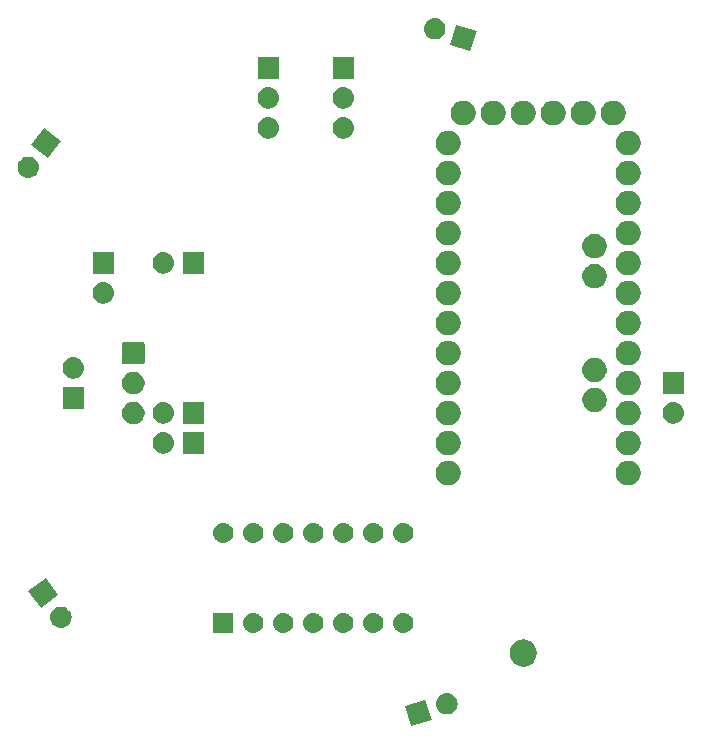
<source format=gbs>
G04 #@! TF.GenerationSoftware,KiCad,Pcbnew,(5.1.4)-1*
G04 #@! TF.CreationDate,2022-03-16T16:00:55+00:00*
G04 #@! TF.ProjectId,3Pi_IRComms_v2,3350695f-4952-4436-9f6d-6d735f76322e,rev?*
G04 #@! TF.SameCoordinates,Original*
G04 #@! TF.FileFunction,Soldermask,Bot*
G04 #@! TF.FilePolarity,Negative*
%FSLAX46Y46*%
G04 Gerber Fmt 4.6, Leading zero omitted, Abs format (unit mm)*
G04 Created by KiCad (PCBNEW (5.1.4)-1) date 2022-03-16 16:00:55*
%MOMM*%
%LPD*%
G04 APERTURE LIST*
%ADD10C,0.150000*%
G04 APERTURE END LIST*
D10*
G36*
X114165326Y-121228478D02*
G01*
X112451522Y-121785326D01*
X111894674Y-120071522D01*
X113608478Y-119514674D01*
X114165326Y-121228478D01*
X114165326Y-121228478D01*
G37*
G36*
X115556127Y-118970616D02*
G01*
X115622311Y-118977134D01*
X115792150Y-119028654D01*
X115948675Y-119112319D01*
X115984413Y-119141649D01*
X116085870Y-119224911D01*
X116169132Y-119326368D01*
X116198462Y-119362106D01*
X116282127Y-119518631D01*
X116333647Y-119688470D01*
X116351043Y-119865097D01*
X116333647Y-120041724D01*
X116282127Y-120211563D01*
X116198462Y-120368088D01*
X116169132Y-120403826D01*
X116085870Y-120505283D01*
X115984413Y-120588545D01*
X115948675Y-120617875D01*
X115792150Y-120701540D01*
X115622311Y-120753060D01*
X115556127Y-120759578D01*
X115489944Y-120766097D01*
X115401424Y-120766097D01*
X115335241Y-120759578D01*
X115269057Y-120753060D01*
X115099218Y-120701540D01*
X114942693Y-120617875D01*
X114906955Y-120588545D01*
X114805498Y-120505283D01*
X114722236Y-120403826D01*
X114692906Y-120368088D01*
X114609241Y-120211563D01*
X114557721Y-120041724D01*
X114540325Y-119865097D01*
X114557721Y-119688470D01*
X114609241Y-119518631D01*
X114692906Y-119362106D01*
X114722236Y-119326368D01*
X114805498Y-119224911D01*
X114906955Y-119141649D01*
X114942693Y-119112319D01*
X115099218Y-119028654D01*
X115269057Y-118977134D01*
X115335241Y-118970616D01*
X115401424Y-118964097D01*
X115489944Y-118964097D01*
X115556127Y-118970616D01*
X115556127Y-118970616D01*
G37*
G36*
X122144549Y-114441116D02*
G01*
X122255734Y-114463232D01*
X122465203Y-114549997D01*
X122653720Y-114675960D01*
X122814040Y-114836280D01*
X122940003Y-115024797D01*
X123026768Y-115234266D01*
X123071000Y-115456636D01*
X123071000Y-115683364D01*
X123026768Y-115905734D01*
X122940003Y-116115203D01*
X122814040Y-116303720D01*
X122653720Y-116464040D01*
X122465203Y-116590003D01*
X122255734Y-116676768D01*
X122144549Y-116698884D01*
X122033365Y-116721000D01*
X121806635Y-116721000D01*
X121695451Y-116698884D01*
X121584266Y-116676768D01*
X121374797Y-116590003D01*
X121186280Y-116464040D01*
X121025960Y-116303720D01*
X120899997Y-116115203D01*
X120813232Y-115905734D01*
X120769000Y-115683364D01*
X120769000Y-115456636D01*
X120813232Y-115234266D01*
X120899997Y-115024797D01*
X121025960Y-114836280D01*
X121186280Y-114675960D01*
X121374797Y-114549997D01*
X121584266Y-114463232D01*
X121695451Y-114441116D01*
X121806635Y-114419000D01*
X122033365Y-114419000D01*
X122144549Y-114441116D01*
X122144549Y-114441116D01*
G37*
G36*
X104306823Y-112191313D02*
G01*
X104467242Y-112239976D01*
X104599906Y-112310886D01*
X104615078Y-112318996D01*
X104744659Y-112425341D01*
X104851004Y-112554922D01*
X104851005Y-112554924D01*
X104930024Y-112702758D01*
X104930025Y-112702761D01*
X104939083Y-112732620D01*
X104978687Y-112863177D01*
X104995117Y-113030000D01*
X104978687Y-113196823D01*
X104930024Y-113357242D01*
X104859114Y-113489906D01*
X104851004Y-113505078D01*
X104744659Y-113634659D01*
X104615078Y-113741004D01*
X104615076Y-113741005D01*
X104467242Y-113820024D01*
X104306823Y-113868687D01*
X104181804Y-113881000D01*
X104098196Y-113881000D01*
X103973177Y-113868687D01*
X103812758Y-113820024D01*
X103664924Y-113741005D01*
X103664922Y-113741004D01*
X103535341Y-113634659D01*
X103428996Y-113505078D01*
X103420886Y-113489906D01*
X103349976Y-113357242D01*
X103301313Y-113196823D01*
X103284883Y-113030000D01*
X103301313Y-112863177D01*
X103340917Y-112732620D01*
X103349975Y-112702761D01*
X103349976Y-112702758D01*
X103428995Y-112554924D01*
X103428996Y-112554922D01*
X103535341Y-112425341D01*
X103664922Y-112318996D01*
X103680094Y-112310886D01*
X103812758Y-112239976D01*
X103973177Y-112191313D01*
X104098196Y-112179000D01*
X104181804Y-112179000D01*
X104306823Y-112191313D01*
X104306823Y-112191313D01*
G37*
G36*
X111926823Y-112191313D02*
G01*
X112087242Y-112239976D01*
X112219906Y-112310886D01*
X112235078Y-112318996D01*
X112364659Y-112425341D01*
X112471004Y-112554922D01*
X112471005Y-112554924D01*
X112550024Y-112702758D01*
X112550025Y-112702761D01*
X112559083Y-112732620D01*
X112598687Y-112863177D01*
X112615117Y-113030000D01*
X112598687Y-113196823D01*
X112550024Y-113357242D01*
X112479114Y-113489906D01*
X112471004Y-113505078D01*
X112364659Y-113634659D01*
X112235078Y-113741004D01*
X112235076Y-113741005D01*
X112087242Y-113820024D01*
X111926823Y-113868687D01*
X111801804Y-113881000D01*
X111718196Y-113881000D01*
X111593177Y-113868687D01*
X111432758Y-113820024D01*
X111284924Y-113741005D01*
X111284922Y-113741004D01*
X111155341Y-113634659D01*
X111048996Y-113505078D01*
X111040886Y-113489906D01*
X110969976Y-113357242D01*
X110921313Y-113196823D01*
X110904883Y-113030000D01*
X110921313Y-112863177D01*
X110960917Y-112732620D01*
X110969975Y-112702761D01*
X110969976Y-112702758D01*
X111048995Y-112554924D01*
X111048996Y-112554922D01*
X111155341Y-112425341D01*
X111284922Y-112318996D01*
X111300094Y-112310886D01*
X111432758Y-112239976D01*
X111593177Y-112191313D01*
X111718196Y-112179000D01*
X111801804Y-112179000D01*
X111926823Y-112191313D01*
X111926823Y-112191313D01*
G37*
G36*
X109386823Y-112191313D02*
G01*
X109547242Y-112239976D01*
X109679906Y-112310886D01*
X109695078Y-112318996D01*
X109824659Y-112425341D01*
X109931004Y-112554922D01*
X109931005Y-112554924D01*
X110010024Y-112702758D01*
X110010025Y-112702761D01*
X110019083Y-112732620D01*
X110058687Y-112863177D01*
X110075117Y-113030000D01*
X110058687Y-113196823D01*
X110010024Y-113357242D01*
X109939114Y-113489906D01*
X109931004Y-113505078D01*
X109824659Y-113634659D01*
X109695078Y-113741004D01*
X109695076Y-113741005D01*
X109547242Y-113820024D01*
X109386823Y-113868687D01*
X109261804Y-113881000D01*
X109178196Y-113881000D01*
X109053177Y-113868687D01*
X108892758Y-113820024D01*
X108744924Y-113741005D01*
X108744922Y-113741004D01*
X108615341Y-113634659D01*
X108508996Y-113505078D01*
X108500886Y-113489906D01*
X108429976Y-113357242D01*
X108381313Y-113196823D01*
X108364883Y-113030000D01*
X108381313Y-112863177D01*
X108420917Y-112732620D01*
X108429975Y-112702761D01*
X108429976Y-112702758D01*
X108508995Y-112554924D01*
X108508996Y-112554922D01*
X108615341Y-112425341D01*
X108744922Y-112318996D01*
X108760094Y-112310886D01*
X108892758Y-112239976D01*
X109053177Y-112191313D01*
X109178196Y-112179000D01*
X109261804Y-112179000D01*
X109386823Y-112191313D01*
X109386823Y-112191313D01*
G37*
G36*
X106846823Y-112191313D02*
G01*
X107007242Y-112239976D01*
X107139906Y-112310886D01*
X107155078Y-112318996D01*
X107284659Y-112425341D01*
X107391004Y-112554922D01*
X107391005Y-112554924D01*
X107470024Y-112702758D01*
X107470025Y-112702761D01*
X107479083Y-112732620D01*
X107518687Y-112863177D01*
X107535117Y-113030000D01*
X107518687Y-113196823D01*
X107470024Y-113357242D01*
X107399114Y-113489906D01*
X107391004Y-113505078D01*
X107284659Y-113634659D01*
X107155078Y-113741004D01*
X107155076Y-113741005D01*
X107007242Y-113820024D01*
X106846823Y-113868687D01*
X106721804Y-113881000D01*
X106638196Y-113881000D01*
X106513177Y-113868687D01*
X106352758Y-113820024D01*
X106204924Y-113741005D01*
X106204922Y-113741004D01*
X106075341Y-113634659D01*
X105968996Y-113505078D01*
X105960886Y-113489906D01*
X105889976Y-113357242D01*
X105841313Y-113196823D01*
X105824883Y-113030000D01*
X105841313Y-112863177D01*
X105880917Y-112732620D01*
X105889975Y-112702761D01*
X105889976Y-112702758D01*
X105968995Y-112554924D01*
X105968996Y-112554922D01*
X106075341Y-112425341D01*
X106204922Y-112318996D01*
X106220094Y-112310886D01*
X106352758Y-112239976D01*
X106513177Y-112191313D01*
X106638196Y-112179000D01*
X106721804Y-112179000D01*
X106846823Y-112191313D01*
X106846823Y-112191313D01*
G37*
G36*
X101766823Y-112191313D02*
G01*
X101927242Y-112239976D01*
X102059906Y-112310886D01*
X102075078Y-112318996D01*
X102204659Y-112425341D01*
X102311004Y-112554922D01*
X102311005Y-112554924D01*
X102390024Y-112702758D01*
X102390025Y-112702761D01*
X102399083Y-112732620D01*
X102438687Y-112863177D01*
X102455117Y-113030000D01*
X102438687Y-113196823D01*
X102390024Y-113357242D01*
X102319114Y-113489906D01*
X102311004Y-113505078D01*
X102204659Y-113634659D01*
X102075078Y-113741004D01*
X102075076Y-113741005D01*
X101927242Y-113820024D01*
X101766823Y-113868687D01*
X101641804Y-113881000D01*
X101558196Y-113881000D01*
X101433177Y-113868687D01*
X101272758Y-113820024D01*
X101124924Y-113741005D01*
X101124922Y-113741004D01*
X100995341Y-113634659D01*
X100888996Y-113505078D01*
X100880886Y-113489906D01*
X100809976Y-113357242D01*
X100761313Y-113196823D01*
X100744883Y-113030000D01*
X100761313Y-112863177D01*
X100800917Y-112732620D01*
X100809975Y-112702761D01*
X100809976Y-112702758D01*
X100888995Y-112554924D01*
X100888996Y-112554922D01*
X100995341Y-112425341D01*
X101124922Y-112318996D01*
X101140094Y-112310886D01*
X101272758Y-112239976D01*
X101433177Y-112191313D01*
X101558196Y-112179000D01*
X101641804Y-112179000D01*
X101766823Y-112191313D01*
X101766823Y-112191313D01*
G37*
G36*
X99226823Y-112191313D02*
G01*
X99387242Y-112239976D01*
X99519906Y-112310886D01*
X99535078Y-112318996D01*
X99664659Y-112425341D01*
X99771004Y-112554922D01*
X99771005Y-112554924D01*
X99850024Y-112702758D01*
X99850025Y-112702761D01*
X99859083Y-112732620D01*
X99898687Y-112863177D01*
X99915117Y-113030000D01*
X99898687Y-113196823D01*
X99850024Y-113357242D01*
X99779114Y-113489906D01*
X99771004Y-113505078D01*
X99664659Y-113634659D01*
X99535078Y-113741004D01*
X99535076Y-113741005D01*
X99387242Y-113820024D01*
X99226823Y-113868687D01*
X99101804Y-113881000D01*
X99018196Y-113881000D01*
X98893177Y-113868687D01*
X98732758Y-113820024D01*
X98584924Y-113741005D01*
X98584922Y-113741004D01*
X98455341Y-113634659D01*
X98348996Y-113505078D01*
X98340886Y-113489906D01*
X98269976Y-113357242D01*
X98221313Y-113196823D01*
X98204883Y-113030000D01*
X98221313Y-112863177D01*
X98260917Y-112732620D01*
X98269975Y-112702761D01*
X98269976Y-112702758D01*
X98348995Y-112554924D01*
X98348996Y-112554922D01*
X98455341Y-112425341D01*
X98584922Y-112318996D01*
X98600094Y-112310886D01*
X98732758Y-112239976D01*
X98893177Y-112191313D01*
X99018196Y-112179000D01*
X99101804Y-112179000D01*
X99226823Y-112191313D01*
X99226823Y-112191313D01*
G37*
G36*
X97371000Y-113881000D02*
G01*
X95669000Y-113881000D01*
X95669000Y-112179000D01*
X97371000Y-112179000D01*
X97371000Y-113881000D01*
X97371000Y-113881000D01*
G37*
G36*
X82883417Y-111650421D02*
G01*
X82949602Y-111656940D01*
X83119441Y-111708460D01*
X83275966Y-111792125D01*
X83311704Y-111821455D01*
X83413161Y-111904717D01*
X83496423Y-112006174D01*
X83525753Y-112041912D01*
X83609418Y-112198437D01*
X83660938Y-112368276D01*
X83678334Y-112544903D01*
X83660938Y-112721530D01*
X83609418Y-112891369D01*
X83525753Y-113047894D01*
X83496423Y-113083632D01*
X83413161Y-113185089D01*
X83311704Y-113268351D01*
X83275966Y-113297681D01*
X83119441Y-113381346D01*
X82949602Y-113432866D01*
X82883418Y-113439384D01*
X82817235Y-113445903D01*
X82728715Y-113445903D01*
X82662532Y-113439384D01*
X82596348Y-113432866D01*
X82426509Y-113381346D01*
X82269984Y-113297681D01*
X82234246Y-113268351D01*
X82132789Y-113185089D01*
X82049527Y-113083632D01*
X82020197Y-113047894D01*
X81936532Y-112891369D01*
X81885012Y-112721530D01*
X81867616Y-112544903D01*
X81885012Y-112368276D01*
X81936532Y-112198437D01*
X82020197Y-112041912D01*
X82049527Y-112006174D01*
X82132789Y-111904717D01*
X82234246Y-111821455D01*
X82269984Y-111792125D01*
X82426509Y-111708460D01*
X82596348Y-111656940D01*
X82662533Y-111650421D01*
X82728715Y-111643903D01*
X82817235Y-111643903D01*
X82883417Y-111650421D01*
X82883417Y-111650421D01*
G37*
G36*
X82538519Y-110689330D02*
G01*
X81080670Y-111748519D01*
X80021481Y-110290670D01*
X81479330Y-109231481D01*
X82538519Y-110689330D01*
X82538519Y-110689330D01*
G37*
G36*
X101766823Y-104571313D02*
G01*
X101927242Y-104619976D01*
X102059906Y-104690886D01*
X102075078Y-104698996D01*
X102204659Y-104805341D01*
X102311004Y-104934922D01*
X102311005Y-104934924D01*
X102390024Y-105082758D01*
X102438687Y-105243177D01*
X102455117Y-105410000D01*
X102438687Y-105576823D01*
X102390024Y-105737242D01*
X102319114Y-105869906D01*
X102311004Y-105885078D01*
X102204659Y-106014659D01*
X102075078Y-106121004D01*
X102075076Y-106121005D01*
X101927242Y-106200024D01*
X101766823Y-106248687D01*
X101641804Y-106261000D01*
X101558196Y-106261000D01*
X101433177Y-106248687D01*
X101272758Y-106200024D01*
X101124924Y-106121005D01*
X101124922Y-106121004D01*
X100995341Y-106014659D01*
X100888996Y-105885078D01*
X100880886Y-105869906D01*
X100809976Y-105737242D01*
X100761313Y-105576823D01*
X100744883Y-105410000D01*
X100761313Y-105243177D01*
X100809976Y-105082758D01*
X100888995Y-104934924D01*
X100888996Y-104934922D01*
X100995341Y-104805341D01*
X101124922Y-104698996D01*
X101140094Y-104690886D01*
X101272758Y-104619976D01*
X101433177Y-104571313D01*
X101558196Y-104559000D01*
X101641804Y-104559000D01*
X101766823Y-104571313D01*
X101766823Y-104571313D01*
G37*
G36*
X99226823Y-104571313D02*
G01*
X99387242Y-104619976D01*
X99519906Y-104690886D01*
X99535078Y-104698996D01*
X99664659Y-104805341D01*
X99771004Y-104934922D01*
X99771005Y-104934924D01*
X99850024Y-105082758D01*
X99898687Y-105243177D01*
X99915117Y-105410000D01*
X99898687Y-105576823D01*
X99850024Y-105737242D01*
X99779114Y-105869906D01*
X99771004Y-105885078D01*
X99664659Y-106014659D01*
X99535078Y-106121004D01*
X99535076Y-106121005D01*
X99387242Y-106200024D01*
X99226823Y-106248687D01*
X99101804Y-106261000D01*
X99018196Y-106261000D01*
X98893177Y-106248687D01*
X98732758Y-106200024D01*
X98584924Y-106121005D01*
X98584922Y-106121004D01*
X98455341Y-106014659D01*
X98348996Y-105885078D01*
X98340886Y-105869906D01*
X98269976Y-105737242D01*
X98221313Y-105576823D01*
X98204883Y-105410000D01*
X98221313Y-105243177D01*
X98269976Y-105082758D01*
X98348995Y-104934924D01*
X98348996Y-104934922D01*
X98455341Y-104805341D01*
X98584922Y-104698996D01*
X98600094Y-104690886D01*
X98732758Y-104619976D01*
X98893177Y-104571313D01*
X99018196Y-104559000D01*
X99101804Y-104559000D01*
X99226823Y-104571313D01*
X99226823Y-104571313D01*
G37*
G36*
X111926823Y-104571313D02*
G01*
X112087242Y-104619976D01*
X112219906Y-104690886D01*
X112235078Y-104698996D01*
X112364659Y-104805341D01*
X112471004Y-104934922D01*
X112471005Y-104934924D01*
X112550024Y-105082758D01*
X112598687Y-105243177D01*
X112615117Y-105410000D01*
X112598687Y-105576823D01*
X112550024Y-105737242D01*
X112479114Y-105869906D01*
X112471004Y-105885078D01*
X112364659Y-106014659D01*
X112235078Y-106121004D01*
X112235076Y-106121005D01*
X112087242Y-106200024D01*
X111926823Y-106248687D01*
X111801804Y-106261000D01*
X111718196Y-106261000D01*
X111593177Y-106248687D01*
X111432758Y-106200024D01*
X111284924Y-106121005D01*
X111284922Y-106121004D01*
X111155341Y-106014659D01*
X111048996Y-105885078D01*
X111040886Y-105869906D01*
X110969976Y-105737242D01*
X110921313Y-105576823D01*
X110904883Y-105410000D01*
X110921313Y-105243177D01*
X110969976Y-105082758D01*
X111048995Y-104934924D01*
X111048996Y-104934922D01*
X111155341Y-104805341D01*
X111284922Y-104698996D01*
X111300094Y-104690886D01*
X111432758Y-104619976D01*
X111593177Y-104571313D01*
X111718196Y-104559000D01*
X111801804Y-104559000D01*
X111926823Y-104571313D01*
X111926823Y-104571313D01*
G37*
G36*
X96686823Y-104571313D02*
G01*
X96847242Y-104619976D01*
X96979906Y-104690886D01*
X96995078Y-104698996D01*
X97124659Y-104805341D01*
X97231004Y-104934922D01*
X97231005Y-104934924D01*
X97310024Y-105082758D01*
X97358687Y-105243177D01*
X97375117Y-105410000D01*
X97358687Y-105576823D01*
X97310024Y-105737242D01*
X97239114Y-105869906D01*
X97231004Y-105885078D01*
X97124659Y-106014659D01*
X96995078Y-106121004D01*
X96995076Y-106121005D01*
X96847242Y-106200024D01*
X96686823Y-106248687D01*
X96561804Y-106261000D01*
X96478196Y-106261000D01*
X96353177Y-106248687D01*
X96192758Y-106200024D01*
X96044924Y-106121005D01*
X96044922Y-106121004D01*
X95915341Y-106014659D01*
X95808996Y-105885078D01*
X95800886Y-105869906D01*
X95729976Y-105737242D01*
X95681313Y-105576823D01*
X95664883Y-105410000D01*
X95681313Y-105243177D01*
X95729976Y-105082758D01*
X95808995Y-104934924D01*
X95808996Y-104934922D01*
X95915341Y-104805341D01*
X96044922Y-104698996D01*
X96060094Y-104690886D01*
X96192758Y-104619976D01*
X96353177Y-104571313D01*
X96478196Y-104559000D01*
X96561804Y-104559000D01*
X96686823Y-104571313D01*
X96686823Y-104571313D01*
G37*
G36*
X109386823Y-104571313D02*
G01*
X109547242Y-104619976D01*
X109679906Y-104690886D01*
X109695078Y-104698996D01*
X109824659Y-104805341D01*
X109931004Y-104934922D01*
X109931005Y-104934924D01*
X110010024Y-105082758D01*
X110058687Y-105243177D01*
X110075117Y-105410000D01*
X110058687Y-105576823D01*
X110010024Y-105737242D01*
X109939114Y-105869906D01*
X109931004Y-105885078D01*
X109824659Y-106014659D01*
X109695078Y-106121004D01*
X109695076Y-106121005D01*
X109547242Y-106200024D01*
X109386823Y-106248687D01*
X109261804Y-106261000D01*
X109178196Y-106261000D01*
X109053177Y-106248687D01*
X108892758Y-106200024D01*
X108744924Y-106121005D01*
X108744922Y-106121004D01*
X108615341Y-106014659D01*
X108508996Y-105885078D01*
X108500886Y-105869906D01*
X108429976Y-105737242D01*
X108381313Y-105576823D01*
X108364883Y-105410000D01*
X108381313Y-105243177D01*
X108429976Y-105082758D01*
X108508995Y-104934924D01*
X108508996Y-104934922D01*
X108615341Y-104805341D01*
X108744922Y-104698996D01*
X108760094Y-104690886D01*
X108892758Y-104619976D01*
X109053177Y-104571313D01*
X109178196Y-104559000D01*
X109261804Y-104559000D01*
X109386823Y-104571313D01*
X109386823Y-104571313D01*
G37*
G36*
X104306823Y-104571313D02*
G01*
X104467242Y-104619976D01*
X104599906Y-104690886D01*
X104615078Y-104698996D01*
X104744659Y-104805341D01*
X104851004Y-104934922D01*
X104851005Y-104934924D01*
X104930024Y-105082758D01*
X104978687Y-105243177D01*
X104995117Y-105410000D01*
X104978687Y-105576823D01*
X104930024Y-105737242D01*
X104859114Y-105869906D01*
X104851004Y-105885078D01*
X104744659Y-106014659D01*
X104615078Y-106121004D01*
X104615076Y-106121005D01*
X104467242Y-106200024D01*
X104306823Y-106248687D01*
X104181804Y-106261000D01*
X104098196Y-106261000D01*
X103973177Y-106248687D01*
X103812758Y-106200024D01*
X103664924Y-106121005D01*
X103664922Y-106121004D01*
X103535341Y-106014659D01*
X103428996Y-105885078D01*
X103420886Y-105869906D01*
X103349976Y-105737242D01*
X103301313Y-105576823D01*
X103284883Y-105410000D01*
X103301313Y-105243177D01*
X103349976Y-105082758D01*
X103428995Y-104934924D01*
X103428996Y-104934922D01*
X103535341Y-104805341D01*
X103664922Y-104698996D01*
X103680094Y-104690886D01*
X103812758Y-104619976D01*
X103973177Y-104571313D01*
X104098196Y-104559000D01*
X104181804Y-104559000D01*
X104306823Y-104571313D01*
X104306823Y-104571313D01*
G37*
G36*
X106846823Y-104571313D02*
G01*
X107007242Y-104619976D01*
X107139906Y-104690886D01*
X107155078Y-104698996D01*
X107284659Y-104805341D01*
X107391004Y-104934922D01*
X107391005Y-104934924D01*
X107470024Y-105082758D01*
X107518687Y-105243177D01*
X107535117Y-105410000D01*
X107518687Y-105576823D01*
X107470024Y-105737242D01*
X107399114Y-105869906D01*
X107391004Y-105885078D01*
X107284659Y-106014659D01*
X107155078Y-106121004D01*
X107155076Y-106121005D01*
X107007242Y-106200024D01*
X106846823Y-106248687D01*
X106721804Y-106261000D01*
X106638196Y-106261000D01*
X106513177Y-106248687D01*
X106352758Y-106200024D01*
X106204924Y-106121005D01*
X106204922Y-106121004D01*
X106075341Y-106014659D01*
X105968996Y-105885078D01*
X105960886Y-105869906D01*
X105889976Y-105737242D01*
X105841313Y-105576823D01*
X105824883Y-105410000D01*
X105841313Y-105243177D01*
X105889976Y-105082758D01*
X105968995Y-104934924D01*
X105968996Y-104934922D01*
X106075341Y-104805341D01*
X106204922Y-104698996D01*
X106220094Y-104690886D01*
X106352758Y-104619976D01*
X106513177Y-104571313D01*
X106638196Y-104559000D01*
X106721804Y-104559000D01*
X106846823Y-104571313D01*
X106846823Y-104571313D01*
G37*
G36*
X115873765Y-99328620D02*
G01*
X116063288Y-99407123D01*
X116233854Y-99521092D01*
X116378908Y-99666146D01*
X116492877Y-99836712D01*
X116571380Y-100026235D01*
X116611400Y-100227431D01*
X116611400Y-100432569D01*
X116571380Y-100633765D01*
X116492877Y-100823288D01*
X116378908Y-100993854D01*
X116233854Y-101138908D01*
X116063288Y-101252877D01*
X116063287Y-101252878D01*
X116063286Y-101252878D01*
X115873765Y-101331380D01*
X115672570Y-101371400D01*
X115467430Y-101371400D01*
X115266235Y-101331380D01*
X115076714Y-101252878D01*
X115076713Y-101252878D01*
X115076712Y-101252877D01*
X114906146Y-101138908D01*
X114761092Y-100993854D01*
X114647123Y-100823288D01*
X114568620Y-100633765D01*
X114528600Y-100432569D01*
X114528600Y-100227431D01*
X114568620Y-100026235D01*
X114647123Y-99836712D01*
X114761092Y-99666146D01*
X114906146Y-99521092D01*
X115076712Y-99407123D01*
X115266235Y-99328620D01*
X115467430Y-99288600D01*
X115672570Y-99288600D01*
X115873765Y-99328620D01*
X115873765Y-99328620D01*
G37*
G36*
X131113765Y-99328620D02*
G01*
X131303288Y-99407123D01*
X131473854Y-99521092D01*
X131618908Y-99666146D01*
X131732877Y-99836712D01*
X131811380Y-100026235D01*
X131851400Y-100227431D01*
X131851400Y-100432569D01*
X131811380Y-100633765D01*
X131732877Y-100823288D01*
X131618908Y-100993854D01*
X131473854Y-101138908D01*
X131303288Y-101252877D01*
X131303287Y-101252878D01*
X131303286Y-101252878D01*
X131113765Y-101331380D01*
X130912570Y-101371400D01*
X130707430Y-101371400D01*
X130506235Y-101331380D01*
X130316714Y-101252878D01*
X130316713Y-101252878D01*
X130316712Y-101252877D01*
X130146146Y-101138908D01*
X130001092Y-100993854D01*
X129887123Y-100823288D01*
X129808620Y-100633765D01*
X129768600Y-100432569D01*
X129768600Y-100227431D01*
X129808620Y-100026235D01*
X129887123Y-99836712D01*
X130001092Y-99666146D01*
X130146146Y-99521092D01*
X130316712Y-99407123D01*
X130506235Y-99328620D01*
X130707430Y-99288600D01*
X130912570Y-99288600D01*
X131113765Y-99328620D01*
X131113765Y-99328620D01*
G37*
G36*
X115873765Y-96788620D02*
G01*
X116063288Y-96867123D01*
X116233854Y-96981092D01*
X116378908Y-97126146D01*
X116486395Y-97287011D01*
X116492878Y-97296714D01*
X116571380Y-97486235D01*
X116611400Y-97687430D01*
X116611400Y-97892570D01*
X116596669Y-97966627D01*
X116571380Y-98093765D01*
X116492877Y-98283288D01*
X116378908Y-98453854D01*
X116233854Y-98598908D01*
X116063288Y-98712877D01*
X116063287Y-98712878D01*
X116063286Y-98712878D01*
X115873765Y-98791380D01*
X115672570Y-98831400D01*
X115467430Y-98831400D01*
X115266235Y-98791380D01*
X115076714Y-98712878D01*
X115076713Y-98712878D01*
X115076712Y-98712877D01*
X114906146Y-98598908D01*
X114761092Y-98453854D01*
X114647123Y-98283288D01*
X114568620Y-98093765D01*
X114543331Y-97966627D01*
X114528600Y-97892570D01*
X114528600Y-97687430D01*
X114568620Y-97486235D01*
X114647122Y-97296714D01*
X114653605Y-97287011D01*
X114761092Y-97126146D01*
X114906146Y-96981092D01*
X115076712Y-96867123D01*
X115266235Y-96788620D01*
X115467430Y-96748600D01*
X115672570Y-96748600D01*
X115873765Y-96788620D01*
X115873765Y-96788620D01*
G37*
G36*
X131113765Y-96788620D02*
G01*
X131303288Y-96867123D01*
X131473854Y-96981092D01*
X131618908Y-97126146D01*
X131726395Y-97287011D01*
X131732878Y-97296714D01*
X131811380Y-97486235D01*
X131851400Y-97687430D01*
X131851400Y-97892570D01*
X131836669Y-97966627D01*
X131811380Y-98093765D01*
X131732877Y-98283288D01*
X131618908Y-98453854D01*
X131473854Y-98598908D01*
X131303288Y-98712877D01*
X131303287Y-98712878D01*
X131303286Y-98712878D01*
X131113765Y-98791380D01*
X130912570Y-98831400D01*
X130707430Y-98831400D01*
X130506235Y-98791380D01*
X130316714Y-98712878D01*
X130316713Y-98712878D01*
X130316712Y-98712877D01*
X130146146Y-98598908D01*
X130001092Y-98453854D01*
X129887123Y-98283288D01*
X129808620Y-98093765D01*
X129783331Y-97966627D01*
X129768600Y-97892570D01*
X129768600Y-97687430D01*
X129808620Y-97486235D01*
X129887122Y-97296714D01*
X129893605Y-97287011D01*
X130001092Y-97126146D01*
X130146146Y-96981092D01*
X130316712Y-96867123D01*
X130506235Y-96788620D01*
X130707430Y-96748600D01*
X130912570Y-96748600D01*
X131113765Y-96788620D01*
X131113765Y-96788620D01*
G37*
G36*
X94881000Y-98691000D02*
G01*
X93079000Y-98691000D01*
X93079000Y-96889000D01*
X94881000Y-96889000D01*
X94881000Y-98691000D01*
X94881000Y-98691000D01*
G37*
G36*
X91550442Y-96895518D02*
G01*
X91616627Y-96902037D01*
X91786466Y-96953557D01*
X91942991Y-97037222D01*
X91978729Y-97066552D01*
X92080186Y-97149814D01*
X92163448Y-97251271D01*
X92192778Y-97287009D01*
X92276443Y-97443534D01*
X92327963Y-97613373D01*
X92345359Y-97790000D01*
X92327963Y-97966627D01*
X92276443Y-98136466D01*
X92192778Y-98292991D01*
X92163448Y-98328729D01*
X92080186Y-98430186D01*
X91978729Y-98513448D01*
X91942991Y-98542778D01*
X91786466Y-98626443D01*
X91616627Y-98677963D01*
X91550442Y-98684482D01*
X91484260Y-98691000D01*
X91395740Y-98691000D01*
X91329558Y-98684482D01*
X91263373Y-98677963D01*
X91093534Y-98626443D01*
X90937009Y-98542778D01*
X90901271Y-98513448D01*
X90799814Y-98430186D01*
X90716552Y-98328729D01*
X90687222Y-98292991D01*
X90603557Y-98136466D01*
X90552037Y-97966627D01*
X90534641Y-97790000D01*
X90552037Y-97613373D01*
X90603557Y-97443534D01*
X90687222Y-97287009D01*
X90716552Y-97251271D01*
X90799814Y-97149814D01*
X90901271Y-97066552D01*
X90937009Y-97037222D01*
X91093534Y-96953557D01*
X91263373Y-96902037D01*
X91329558Y-96895518D01*
X91395740Y-96889000D01*
X91484260Y-96889000D01*
X91550442Y-96895518D01*
X91550442Y-96895518D01*
G37*
G36*
X115873765Y-94248620D02*
G01*
X116063288Y-94327123D01*
X116233854Y-94441092D01*
X116378908Y-94586146D01*
X116486395Y-94747011D01*
X116492878Y-94756714D01*
X116571380Y-94946235D01*
X116611400Y-95147430D01*
X116611400Y-95352570D01*
X116571380Y-95553765D01*
X116510615Y-95700466D01*
X116492877Y-95743288D01*
X116378908Y-95913854D01*
X116233854Y-96058908D01*
X116063288Y-96172877D01*
X116063287Y-96172878D01*
X116063286Y-96172878D01*
X115873765Y-96251380D01*
X115672570Y-96291400D01*
X115467430Y-96291400D01*
X115266235Y-96251380D01*
X115076714Y-96172878D01*
X115076713Y-96172878D01*
X115076712Y-96172877D01*
X114906146Y-96058908D01*
X114761092Y-95913854D01*
X114647123Y-95743288D01*
X114629386Y-95700466D01*
X114568620Y-95553765D01*
X114528600Y-95352570D01*
X114528600Y-95147430D01*
X114568620Y-94946235D01*
X114647122Y-94756714D01*
X114653605Y-94747011D01*
X114761092Y-94586146D01*
X114906146Y-94441092D01*
X115076712Y-94327123D01*
X115266235Y-94248620D01*
X115467430Y-94208600D01*
X115672570Y-94208600D01*
X115873765Y-94248620D01*
X115873765Y-94248620D01*
G37*
G36*
X131113765Y-94248620D02*
G01*
X131303288Y-94327123D01*
X131473854Y-94441092D01*
X131618908Y-94586146D01*
X131726395Y-94747011D01*
X131732878Y-94756714D01*
X131811380Y-94946235D01*
X131851400Y-95147430D01*
X131851400Y-95352570D01*
X131811380Y-95553765D01*
X131750615Y-95700466D01*
X131732877Y-95743288D01*
X131618908Y-95913854D01*
X131473854Y-96058908D01*
X131303288Y-96172877D01*
X131303287Y-96172878D01*
X131303286Y-96172878D01*
X131113765Y-96251380D01*
X130912570Y-96291400D01*
X130707430Y-96291400D01*
X130506235Y-96251380D01*
X130316714Y-96172878D01*
X130316713Y-96172878D01*
X130316712Y-96172877D01*
X130146146Y-96058908D01*
X130001092Y-95913854D01*
X129887123Y-95743288D01*
X129869386Y-95700466D01*
X129808620Y-95553765D01*
X129768600Y-95352570D01*
X129768600Y-95147430D01*
X129808620Y-94946235D01*
X129887122Y-94756714D01*
X129893605Y-94747011D01*
X130001092Y-94586146D01*
X130146146Y-94441092D01*
X130316712Y-94327123D01*
X130506235Y-94248620D01*
X130707430Y-94208600D01*
X130912570Y-94208600D01*
X131113765Y-94248620D01*
X131113765Y-94248620D01*
G37*
G36*
X89177395Y-94335546D02*
G01*
X89350466Y-94407234D01*
X89401138Y-94441092D01*
X89506227Y-94511310D01*
X89638690Y-94643773D01*
X89638691Y-94643775D01*
X89742766Y-94799534D01*
X89814454Y-94972605D01*
X89851000Y-95156333D01*
X89851000Y-95343667D01*
X89814454Y-95527395D01*
X89742766Y-95700466D01*
X89714153Y-95743288D01*
X89638690Y-95856227D01*
X89506227Y-95988690D01*
X89485141Y-96002779D01*
X89350466Y-96092766D01*
X89177395Y-96164454D01*
X88993667Y-96201000D01*
X88806333Y-96201000D01*
X88622605Y-96164454D01*
X88449534Y-96092766D01*
X88314859Y-96002779D01*
X88293773Y-95988690D01*
X88161310Y-95856227D01*
X88085847Y-95743288D01*
X88057234Y-95700466D01*
X87985546Y-95527395D01*
X87949000Y-95343667D01*
X87949000Y-95156333D01*
X87985546Y-94972605D01*
X88057234Y-94799534D01*
X88161309Y-94643775D01*
X88161310Y-94643773D01*
X88293773Y-94511310D01*
X88398862Y-94441092D01*
X88449534Y-94407234D01*
X88622605Y-94335546D01*
X88806333Y-94299000D01*
X88993667Y-94299000D01*
X89177395Y-94335546D01*
X89177395Y-94335546D01*
G37*
G36*
X134730442Y-94355518D02*
G01*
X134796627Y-94362037D01*
X134966466Y-94413557D01*
X135122991Y-94497222D01*
X135140156Y-94511309D01*
X135260186Y-94609814D01*
X135343448Y-94711271D01*
X135372778Y-94747009D01*
X135456443Y-94903534D01*
X135507963Y-95073373D01*
X135525359Y-95250000D01*
X135507963Y-95426627D01*
X135456443Y-95596466D01*
X135372778Y-95752991D01*
X135343448Y-95788729D01*
X135260186Y-95890186D01*
X135158729Y-95973448D01*
X135122991Y-96002778D01*
X134966466Y-96086443D01*
X134796627Y-96137963D01*
X134730443Y-96144481D01*
X134664260Y-96151000D01*
X134575740Y-96151000D01*
X134509558Y-96144482D01*
X134443373Y-96137963D01*
X134273534Y-96086443D01*
X134117009Y-96002778D01*
X134081271Y-95973448D01*
X133979814Y-95890186D01*
X133896552Y-95788729D01*
X133867222Y-95752991D01*
X133783557Y-95596466D01*
X133732037Y-95426627D01*
X133714641Y-95250000D01*
X133732037Y-95073373D01*
X133783557Y-94903534D01*
X133867222Y-94747009D01*
X133896552Y-94711271D01*
X133979814Y-94609814D01*
X134099844Y-94511309D01*
X134117009Y-94497222D01*
X134273534Y-94413557D01*
X134443373Y-94362037D01*
X134509557Y-94355519D01*
X134575740Y-94349000D01*
X134664260Y-94349000D01*
X134730442Y-94355518D01*
X134730442Y-94355518D01*
G37*
G36*
X91550442Y-94355518D02*
G01*
X91616627Y-94362037D01*
X91786466Y-94413557D01*
X91942991Y-94497222D01*
X91960156Y-94511309D01*
X92080186Y-94609814D01*
X92163448Y-94711271D01*
X92192778Y-94747009D01*
X92276443Y-94903534D01*
X92327963Y-95073373D01*
X92345359Y-95250000D01*
X92327963Y-95426627D01*
X92276443Y-95596466D01*
X92192778Y-95752991D01*
X92163448Y-95788729D01*
X92080186Y-95890186D01*
X91978729Y-95973448D01*
X91942991Y-96002778D01*
X91786466Y-96086443D01*
X91616627Y-96137963D01*
X91550442Y-96144482D01*
X91484260Y-96151000D01*
X91395740Y-96151000D01*
X91329558Y-96144482D01*
X91263373Y-96137963D01*
X91093534Y-96086443D01*
X90937009Y-96002778D01*
X90901271Y-95973448D01*
X90799814Y-95890186D01*
X90716552Y-95788729D01*
X90687222Y-95752991D01*
X90603557Y-95596466D01*
X90552037Y-95426627D01*
X90534641Y-95250000D01*
X90552037Y-95073373D01*
X90603557Y-94903534D01*
X90687222Y-94747009D01*
X90716552Y-94711271D01*
X90799814Y-94609814D01*
X90919844Y-94511309D01*
X90937009Y-94497222D01*
X91093534Y-94413557D01*
X91263373Y-94362037D01*
X91329558Y-94355518D01*
X91395740Y-94349000D01*
X91484260Y-94349000D01*
X91550442Y-94355518D01*
X91550442Y-94355518D01*
G37*
G36*
X94881000Y-96151000D02*
G01*
X93079000Y-96151000D01*
X93079000Y-94349000D01*
X94881000Y-94349000D01*
X94881000Y-96151000D01*
X94881000Y-96151000D01*
G37*
G36*
X128256265Y-93136100D02*
G01*
X128418472Y-93203288D01*
X128445788Y-93214603D01*
X128616354Y-93328572D01*
X128761408Y-93473626D01*
X128867817Y-93632878D01*
X128875378Y-93644194D01*
X128953880Y-93833715D01*
X128993900Y-94034910D01*
X128993900Y-94240050D01*
X128953880Y-94441245D01*
X128884057Y-94609814D01*
X128875377Y-94630768D01*
X128761408Y-94801334D01*
X128616354Y-94946388D01*
X128445788Y-95060357D01*
X128445787Y-95060358D01*
X128445786Y-95060358D01*
X128256265Y-95138860D01*
X128055070Y-95178880D01*
X127849930Y-95178880D01*
X127648735Y-95138860D01*
X127459214Y-95060358D01*
X127459213Y-95060358D01*
X127459212Y-95060357D01*
X127288646Y-94946388D01*
X127143592Y-94801334D01*
X127029623Y-94630768D01*
X127020944Y-94609814D01*
X126951120Y-94441245D01*
X126911100Y-94240050D01*
X126911100Y-94034910D01*
X126951120Y-93833715D01*
X127029622Y-93644194D01*
X127037183Y-93632878D01*
X127143592Y-93473626D01*
X127288646Y-93328572D01*
X127459212Y-93214603D01*
X127486529Y-93203288D01*
X127648735Y-93136100D01*
X127849930Y-93096080D01*
X128055070Y-93096080D01*
X128256265Y-93136100D01*
X128256265Y-93136100D01*
G37*
G36*
X84721000Y-94881000D02*
G01*
X82919000Y-94881000D01*
X82919000Y-93079000D01*
X84721000Y-93079000D01*
X84721000Y-94881000D01*
X84721000Y-94881000D01*
G37*
G36*
X115873765Y-91708620D02*
G01*
X116063288Y-91787123D01*
X116233854Y-91901092D01*
X116378908Y-92046146D01*
X116476885Y-92192779D01*
X116492878Y-92216714D01*
X116571380Y-92406235D01*
X116611400Y-92607430D01*
X116611400Y-92812570D01*
X116571380Y-93013765D01*
X116510615Y-93160466D01*
X116492877Y-93203288D01*
X116378908Y-93373854D01*
X116233854Y-93518908D01*
X116063288Y-93632877D01*
X116063287Y-93632878D01*
X116063286Y-93632878D01*
X115873765Y-93711380D01*
X115672570Y-93751400D01*
X115467430Y-93751400D01*
X115266235Y-93711380D01*
X115076714Y-93632878D01*
X115076713Y-93632878D01*
X115076712Y-93632877D01*
X114906146Y-93518908D01*
X114761092Y-93373854D01*
X114647123Y-93203288D01*
X114629386Y-93160466D01*
X114568620Y-93013765D01*
X114528600Y-92812570D01*
X114528600Y-92607430D01*
X114568620Y-92406235D01*
X114647122Y-92216714D01*
X114663115Y-92192779D01*
X114761092Y-92046146D01*
X114906146Y-91901092D01*
X115076712Y-91787123D01*
X115266235Y-91708620D01*
X115467430Y-91668600D01*
X115672570Y-91668600D01*
X115873765Y-91708620D01*
X115873765Y-91708620D01*
G37*
G36*
X131113765Y-91708620D02*
G01*
X131303288Y-91787123D01*
X131473854Y-91901092D01*
X131618908Y-92046146D01*
X131716885Y-92192779D01*
X131732878Y-92216714D01*
X131811380Y-92406235D01*
X131851400Y-92607430D01*
X131851400Y-92812570D01*
X131811380Y-93013765D01*
X131750615Y-93160466D01*
X131732877Y-93203288D01*
X131618908Y-93373854D01*
X131473854Y-93518908D01*
X131303288Y-93632877D01*
X131303287Y-93632878D01*
X131303286Y-93632878D01*
X131113765Y-93711380D01*
X130912570Y-93751400D01*
X130707430Y-93751400D01*
X130506235Y-93711380D01*
X130316714Y-93632878D01*
X130316713Y-93632878D01*
X130316712Y-93632877D01*
X130146146Y-93518908D01*
X130001092Y-93373854D01*
X129887123Y-93203288D01*
X129869386Y-93160466D01*
X129808620Y-93013765D01*
X129768600Y-92812570D01*
X129768600Y-92607430D01*
X129808620Y-92406235D01*
X129887122Y-92216714D01*
X129903115Y-92192779D01*
X130001092Y-92046146D01*
X130146146Y-91901092D01*
X130316712Y-91787123D01*
X130506235Y-91708620D01*
X130707430Y-91668600D01*
X130912570Y-91668600D01*
X131113765Y-91708620D01*
X131113765Y-91708620D01*
G37*
G36*
X89177395Y-91795546D02*
G01*
X89350466Y-91867234D01*
X89401138Y-91901092D01*
X89506227Y-91971310D01*
X89638690Y-92103773D01*
X89638691Y-92103775D01*
X89742766Y-92259534D01*
X89814454Y-92432605D01*
X89851000Y-92616333D01*
X89851000Y-92803667D01*
X89814454Y-92987395D01*
X89742766Y-93160466D01*
X89714153Y-93203288D01*
X89638690Y-93316227D01*
X89506227Y-93448690D01*
X89468907Y-93473626D01*
X89350466Y-93552766D01*
X89177395Y-93624454D01*
X88993667Y-93661000D01*
X88806333Y-93661000D01*
X88622605Y-93624454D01*
X88449534Y-93552766D01*
X88331093Y-93473626D01*
X88293773Y-93448690D01*
X88161310Y-93316227D01*
X88085847Y-93203288D01*
X88057234Y-93160466D01*
X87985546Y-92987395D01*
X87949000Y-92803667D01*
X87949000Y-92616333D01*
X87985546Y-92432605D01*
X88057234Y-92259534D01*
X88161309Y-92103775D01*
X88161310Y-92103773D01*
X88293773Y-91971310D01*
X88398862Y-91901092D01*
X88449534Y-91867234D01*
X88622605Y-91795546D01*
X88806333Y-91759000D01*
X88993667Y-91759000D01*
X89177395Y-91795546D01*
X89177395Y-91795546D01*
G37*
G36*
X135521000Y-93611000D02*
G01*
X133719000Y-93611000D01*
X133719000Y-91809000D01*
X135521000Y-91809000D01*
X135521000Y-93611000D01*
X135521000Y-93611000D01*
G37*
G36*
X128256265Y-90596100D02*
G01*
X128418472Y-90663288D01*
X128445788Y-90674603D01*
X128616354Y-90788572D01*
X128761408Y-90933626D01*
X128875377Y-91104192D01*
X128875378Y-91104194D01*
X128953880Y-91293715D01*
X128993900Y-91494910D01*
X128993900Y-91700050D01*
X128972229Y-91809000D01*
X128953880Y-91901245D01*
X128875377Y-92090768D01*
X128761408Y-92261334D01*
X128616354Y-92406388D01*
X128445788Y-92520357D01*
X128445787Y-92520358D01*
X128445786Y-92520358D01*
X128256265Y-92598860D01*
X128055070Y-92638880D01*
X127849930Y-92638880D01*
X127648735Y-92598860D01*
X127459214Y-92520358D01*
X127459213Y-92520358D01*
X127459212Y-92520357D01*
X127288646Y-92406388D01*
X127143592Y-92261334D01*
X127029623Y-92090768D01*
X126951120Y-91901245D01*
X126932771Y-91809000D01*
X126911100Y-91700050D01*
X126911100Y-91494910D01*
X126951120Y-91293715D01*
X127029622Y-91104194D01*
X127029623Y-91104192D01*
X127143592Y-90933626D01*
X127288646Y-90788572D01*
X127459212Y-90674603D01*
X127486529Y-90663288D01*
X127648735Y-90596100D01*
X127849930Y-90556080D01*
X128055070Y-90556080D01*
X128256265Y-90596100D01*
X128256265Y-90596100D01*
G37*
G36*
X83930443Y-90545519D02*
G01*
X83996627Y-90552037D01*
X84166466Y-90603557D01*
X84322991Y-90687222D01*
X84358729Y-90716552D01*
X84460186Y-90799814D01*
X84508367Y-90858524D01*
X84572778Y-90937009D01*
X84656443Y-91093534D01*
X84707963Y-91263373D01*
X84725359Y-91440000D01*
X84707963Y-91616627D01*
X84656443Y-91786466D01*
X84572778Y-91942991D01*
X84549538Y-91971309D01*
X84460186Y-92080186D01*
X84358729Y-92163448D01*
X84322991Y-92192778D01*
X84322989Y-92192779D01*
X84194737Y-92261332D01*
X84166466Y-92276443D01*
X83996627Y-92327963D01*
X83930443Y-92334481D01*
X83864260Y-92341000D01*
X83775740Y-92341000D01*
X83709557Y-92334481D01*
X83643373Y-92327963D01*
X83473534Y-92276443D01*
X83445264Y-92261332D01*
X83317011Y-92192779D01*
X83317009Y-92192778D01*
X83281271Y-92163448D01*
X83179814Y-92080186D01*
X83090462Y-91971309D01*
X83067222Y-91942991D01*
X82983557Y-91786466D01*
X82932037Y-91616627D01*
X82914641Y-91440000D01*
X82932037Y-91263373D01*
X82983557Y-91093534D01*
X83067222Y-90937009D01*
X83131633Y-90858524D01*
X83179814Y-90799814D01*
X83281271Y-90716552D01*
X83317009Y-90687222D01*
X83473534Y-90603557D01*
X83643373Y-90552037D01*
X83709557Y-90545519D01*
X83775740Y-90539000D01*
X83864260Y-90539000D01*
X83930443Y-90545519D01*
X83930443Y-90545519D01*
G37*
G36*
X131113765Y-89168620D02*
G01*
X131244802Y-89222897D01*
X131303288Y-89247123D01*
X131473854Y-89361092D01*
X131618908Y-89506146D01*
X131618909Y-89506148D01*
X131732878Y-89676714D01*
X131811380Y-89866235D01*
X131851400Y-90067430D01*
X131851400Y-90272570D01*
X131811380Y-90473765D01*
X131757619Y-90603557D01*
X131732877Y-90663288D01*
X131618908Y-90833854D01*
X131473854Y-90978908D01*
X131303288Y-91092877D01*
X131303287Y-91092878D01*
X131303286Y-91092878D01*
X131113765Y-91171380D01*
X130912570Y-91211400D01*
X130707430Y-91211400D01*
X130506235Y-91171380D01*
X130316714Y-91092878D01*
X130316713Y-91092878D01*
X130316712Y-91092877D01*
X130146146Y-90978908D01*
X130001092Y-90833854D01*
X129887123Y-90663288D01*
X129862382Y-90603557D01*
X129808620Y-90473765D01*
X129768600Y-90272570D01*
X129768600Y-90067430D01*
X129808620Y-89866235D01*
X129887122Y-89676714D01*
X130001091Y-89506148D01*
X130001092Y-89506146D01*
X130146146Y-89361092D01*
X130316712Y-89247123D01*
X130375199Y-89222897D01*
X130506235Y-89168620D01*
X130707430Y-89128600D01*
X130912570Y-89128600D01*
X131113765Y-89168620D01*
X131113765Y-89168620D01*
G37*
G36*
X115873765Y-89168620D02*
G01*
X116004802Y-89222897D01*
X116063288Y-89247123D01*
X116233854Y-89361092D01*
X116378908Y-89506146D01*
X116378909Y-89506148D01*
X116492878Y-89676714D01*
X116571380Y-89866235D01*
X116611400Y-90067430D01*
X116611400Y-90272570D01*
X116571380Y-90473765D01*
X116517619Y-90603557D01*
X116492877Y-90663288D01*
X116378908Y-90833854D01*
X116233854Y-90978908D01*
X116063288Y-91092877D01*
X116063287Y-91092878D01*
X116063286Y-91092878D01*
X115873765Y-91171380D01*
X115672570Y-91211400D01*
X115467430Y-91211400D01*
X115266235Y-91171380D01*
X115076714Y-91092878D01*
X115076713Y-91092878D01*
X115076712Y-91092877D01*
X114906146Y-90978908D01*
X114761092Y-90833854D01*
X114647123Y-90663288D01*
X114622382Y-90603557D01*
X114568620Y-90473765D01*
X114528600Y-90272570D01*
X114528600Y-90067430D01*
X114568620Y-89866235D01*
X114647122Y-89676714D01*
X114761091Y-89506148D01*
X114761092Y-89506146D01*
X114906146Y-89361092D01*
X115076712Y-89247123D01*
X115135199Y-89222897D01*
X115266235Y-89168620D01*
X115467430Y-89128600D01*
X115672570Y-89128600D01*
X115873765Y-89168620D01*
X115873765Y-89168620D01*
G37*
G36*
X89712457Y-89222897D02*
G01*
X89744602Y-89232649D01*
X89774230Y-89248485D01*
X89800201Y-89269799D01*
X89821515Y-89295770D01*
X89837351Y-89325398D01*
X89847103Y-89357543D01*
X89851000Y-89397114D01*
X89851000Y-90942886D01*
X89847103Y-90982457D01*
X89837351Y-91014602D01*
X89821515Y-91044230D01*
X89800201Y-91070201D01*
X89774230Y-91091515D01*
X89744602Y-91107351D01*
X89712457Y-91117103D01*
X89672886Y-91121000D01*
X88127114Y-91121000D01*
X88087543Y-91117103D01*
X88055398Y-91107351D01*
X88025770Y-91091515D01*
X87999799Y-91070201D01*
X87978485Y-91044230D01*
X87962649Y-91014602D01*
X87952897Y-90982457D01*
X87949000Y-90942886D01*
X87949000Y-89397114D01*
X87952897Y-89357543D01*
X87962649Y-89325398D01*
X87978485Y-89295770D01*
X87999799Y-89269799D01*
X88025770Y-89248485D01*
X88055398Y-89232649D01*
X88087543Y-89222897D01*
X88127114Y-89219000D01*
X89672886Y-89219000D01*
X89712457Y-89222897D01*
X89712457Y-89222897D01*
G37*
G36*
X131113765Y-86628620D02*
G01*
X131303288Y-86707123D01*
X131473854Y-86821092D01*
X131618908Y-86966146D01*
X131732877Y-87136712D01*
X131811380Y-87326235D01*
X131851400Y-87527431D01*
X131851400Y-87732569D01*
X131811380Y-87933765D01*
X131732877Y-88123288D01*
X131618908Y-88293854D01*
X131473854Y-88438908D01*
X131303288Y-88552877D01*
X131303287Y-88552878D01*
X131303286Y-88552878D01*
X131113765Y-88631380D01*
X130912570Y-88671400D01*
X130707430Y-88671400D01*
X130506235Y-88631380D01*
X130316714Y-88552878D01*
X130316713Y-88552878D01*
X130316712Y-88552877D01*
X130146146Y-88438908D01*
X130001092Y-88293854D01*
X129887123Y-88123288D01*
X129808620Y-87933765D01*
X129768600Y-87732569D01*
X129768600Y-87527431D01*
X129808620Y-87326235D01*
X129887123Y-87136712D01*
X130001092Y-86966146D01*
X130146146Y-86821092D01*
X130316712Y-86707123D01*
X130506235Y-86628620D01*
X130707430Y-86588600D01*
X130912570Y-86588600D01*
X131113765Y-86628620D01*
X131113765Y-86628620D01*
G37*
G36*
X115873765Y-86628620D02*
G01*
X116063288Y-86707123D01*
X116233854Y-86821092D01*
X116378908Y-86966146D01*
X116492877Y-87136712D01*
X116571380Y-87326235D01*
X116611400Y-87527431D01*
X116611400Y-87732569D01*
X116571380Y-87933765D01*
X116492877Y-88123288D01*
X116378908Y-88293854D01*
X116233854Y-88438908D01*
X116063288Y-88552877D01*
X116063287Y-88552878D01*
X116063286Y-88552878D01*
X115873765Y-88631380D01*
X115672570Y-88671400D01*
X115467430Y-88671400D01*
X115266235Y-88631380D01*
X115076714Y-88552878D01*
X115076713Y-88552878D01*
X115076712Y-88552877D01*
X114906146Y-88438908D01*
X114761092Y-88293854D01*
X114647123Y-88123288D01*
X114568620Y-87933765D01*
X114528600Y-87732569D01*
X114528600Y-87527431D01*
X114568620Y-87326235D01*
X114647123Y-87136712D01*
X114761092Y-86966146D01*
X114906146Y-86821092D01*
X115076712Y-86707123D01*
X115266235Y-86628620D01*
X115467430Y-86588600D01*
X115672570Y-86588600D01*
X115873765Y-86628620D01*
X115873765Y-86628620D01*
G37*
G36*
X115873765Y-84088620D02*
G01*
X116035972Y-84155808D01*
X116063288Y-84167123D01*
X116233854Y-84281092D01*
X116378908Y-84426146D01*
X116486395Y-84587011D01*
X116492878Y-84596714D01*
X116571380Y-84786235D01*
X116611400Y-84987430D01*
X116611400Y-85192570D01*
X116596669Y-85266627D01*
X116571380Y-85393765D01*
X116492877Y-85583288D01*
X116378908Y-85753854D01*
X116233854Y-85898908D01*
X116063288Y-86012877D01*
X116063287Y-86012878D01*
X116063286Y-86012878D01*
X115873765Y-86091380D01*
X115672570Y-86131400D01*
X115467430Y-86131400D01*
X115266235Y-86091380D01*
X115076714Y-86012878D01*
X115076713Y-86012878D01*
X115076712Y-86012877D01*
X114906146Y-85898908D01*
X114761092Y-85753854D01*
X114647123Y-85583288D01*
X114568620Y-85393765D01*
X114543331Y-85266627D01*
X114528600Y-85192570D01*
X114528600Y-84987430D01*
X114568620Y-84786235D01*
X114647122Y-84596714D01*
X114653605Y-84587011D01*
X114761092Y-84426146D01*
X114906146Y-84281092D01*
X115076712Y-84167123D01*
X115104029Y-84155808D01*
X115266235Y-84088620D01*
X115467430Y-84048600D01*
X115672570Y-84048600D01*
X115873765Y-84088620D01*
X115873765Y-84088620D01*
G37*
G36*
X131113765Y-84088620D02*
G01*
X131275972Y-84155808D01*
X131303288Y-84167123D01*
X131473854Y-84281092D01*
X131618908Y-84426146D01*
X131726395Y-84587011D01*
X131732878Y-84596714D01*
X131811380Y-84786235D01*
X131851400Y-84987430D01*
X131851400Y-85192570D01*
X131836669Y-85266627D01*
X131811380Y-85393765D01*
X131732877Y-85583288D01*
X131618908Y-85753854D01*
X131473854Y-85898908D01*
X131303288Y-86012877D01*
X131303287Y-86012878D01*
X131303286Y-86012878D01*
X131113765Y-86091380D01*
X130912570Y-86131400D01*
X130707430Y-86131400D01*
X130506235Y-86091380D01*
X130316714Y-86012878D01*
X130316713Y-86012878D01*
X130316712Y-86012877D01*
X130146146Y-85898908D01*
X130001092Y-85753854D01*
X129887123Y-85583288D01*
X129808620Y-85393765D01*
X129783331Y-85266627D01*
X129768600Y-85192570D01*
X129768600Y-84987430D01*
X129808620Y-84786235D01*
X129887122Y-84596714D01*
X129893605Y-84587011D01*
X130001092Y-84426146D01*
X130146146Y-84281092D01*
X130316712Y-84167123D01*
X130344029Y-84155808D01*
X130506235Y-84088620D01*
X130707430Y-84048600D01*
X130912570Y-84048600D01*
X131113765Y-84088620D01*
X131113765Y-84088620D01*
G37*
G36*
X86470442Y-84195518D02*
G01*
X86536627Y-84202037D01*
X86706466Y-84253557D01*
X86862991Y-84337222D01*
X86898729Y-84366552D01*
X87000186Y-84449814D01*
X87083448Y-84551271D01*
X87112778Y-84587009D01*
X87196443Y-84743534D01*
X87247963Y-84913373D01*
X87265359Y-85090000D01*
X87247963Y-85266627D01*
X87196443Y-85436466D01*
X87112778Y-85592991D01*
X87083448Y-85628729D01*
X87000186Y-85730186D01*
X86898729Y-85813448D01*
X86862991Y-85842778D01*
X86706466Y-85926443D01*
X86536627Y-85977963D01*
X86470442Y-85984482D01*
X86404260Y-85991000D01*
X86315740Y-85991000D01*
X86249558Y-85984482D01*
X86183373Y-85977963D01*
X86013534Y-85926443D01*
X85857009Y-85842778D01*
X85821271Y-85813448D01*
X85719814Y-85730186D01*
X85636552Y-85628729D01*
X85607222Y-85592991D01*
X85523557Y-85436466D01*
X85472037Y-85266627D01*
X85454641Y-85090000D01*
X85472037Y-84913373D01*
X85523557Y-84743534D01*
X85607222Y-84587009D01*
X85636552Y-84551271D01*
X85719814Y-84449814D01*
X85821271Y-84366552D01*
X85857009Y-84337222D01*
X86013534Y-84253557D01*
X86183373Y-84202037D01*
X86249558Y-84195518D01*
X86315740Y-84189000D01*
X86404260Y-84189000D01*
X86470442Y-84195518D01*
X86470442Y-84195518D01*
G37*
G36*
X128256265Y-82661140D02*
G01*
X128445788Y-82739643D01*
X128616354Y-82853612D01*
X128761408Y-82998666D01*
X128797707Y-83052991D01*
X128875378Y-83169234D01*
X128893859Y-83213852D01*
X128953880Y-83358755D01*
X128993900Y-83559951D01*
X128993900Y-83765089D01*
X128953880Y-83966285D01*
X128875377Y-84155808D01*
X128761408Y-84326374D01*
X128616354Y-84471428D01*
X128445788Y-84585397D01*
X128445787Y-84585398D01*
X128445786Y-84585398D01*
X128256265Y-84663900D01*
X128055070Y-84703920D01*
X127849930Y-84703920D01*
X127648735Y-84663900D01*
X127459214Y-84585398D01*
X127459213Y-84585398D01*
X127459212Y-84585397D01*
X127288646Y-84471428D01*
X127143592Y-84326374D01*
X127029623Y-84155808D01*
X126951120Y-83966285D01*
X126911100Y-83765089D01*
X126911100Y-83559951D01*
X126951120Y-83358755D01*
X127011141Y-83213852D01*
X127029622Y-83169234D01*
X127107293Y-83052991D01*
X127143592Y-82998666D01*
X127288646Y-82853612D01*
X127459212Y-82739643D01*
X127648735Y-82661140D01*
X127849930Y-82621120D01*
X128055070Y-82621120D01*
X128256265Y-82661140D01*
X128256265Y-82661140D01*
G37*
G36*
X115873765Y-81548620D02*
G01*
X116035972Y-81615808D01*
X116063288Y-81627123D01*
X116233854Y-81741092D01*
X116378908Y-81886146D01*
X116486395Y-82047011D01*
X116492878Y-82056714D01*
X116571380Y-82246235D01*
X116611400Y-82447430D01*
X116611400Y-82652570D01*
X116596669Y-82726627D01*
X116571380Y-82853765D01*
X116492877Y-83043288D01*
X116378908Y-83213854D01*
X116233854Y-83358908D01*
X116063288Y-83472877D01*
X116063287Y-83472878D01*
X116063286Y-83472878D01*
X115873765Y-83551380D01*
X115672570Y-83591400D01*
X115467430Y-83591400D01*
X115266235Y-83551380D01*
X115076714Y-83472878D01*
X115076713Y-83472878D01*
X115076712Y-83472877D01*
X114906146Y-83358908D01*
X114761092Y-83213854D01*
X114647123Y-83043288D01*
X114568620Y-82853765D01*
X114543331Y-82726627D01*
X114528600Y-82652570D01*
X114528600Y-82447430D01*
X114568620Y-82246235D01*
X114647122Y-82056714D01*
X114653605Y-82047011D01*
X114761092Y-81886146D01*
X114906146Y-81741092D01*
X115076712Y-81627123D01*
X115104029Y-81615808D01*
X115266235Y-81548620D01*
X115467430Y-81508600D01*
X115672570Y-81508600D01*
X115873765Y-81548620D01*
X115873765Y-81548620D01*
G37*
G36*
X131113765Y-81548620D02*
G01*
X131275972Y-81615808D01*
X131303288Y-81627123D01*
X131473854Y-81741092D01*
X131618908Y-81886146D01*
X131726395Y-82047011D01*
X131732878Y-82056714D01*
X131811380Y-82246235D01*
X131851400Y-82447430D01*
X131851400Y-82652570D01*
X131836669Y-82726627D01*
X131811380Y-82853765D01*
X131732877Y-83043288D01*
X131618908Y-83213854D01*
X131473854Y-83358908D01*
X131303288Y-83472877D01*
X131303287Y-83472878D01*
X131303286Y-83472878D01*
X131113765Y-83551380D01*
X130912570Y-83591400D01*
X130707430Y-83591400D01*
X130506235Y-83551380D01*
X130316714Y-83472878D01*
X130316713Y-83472878D01*
X130316712Y-83472877D01*
X130146146Y-83358908D01*
X130001092Y-83213854D01*
X129887123Y-83043288D01*
X129808620Y-82853765D01*
X129783331Y-82726627D01*
X129768600Y-82652570D01*
X129768600Y-82447430D01*
X129808620Y-82246235D01*
X129887122Y-82056714D01*
X129893605Y-82047011D01*
X130001092Y-81886146D01*
X130146146Y-81741092D01*
X130316712Y-81627123D01*
X130344029Y-81615808D01*
X130506235Y-81548620D01*
X130707430Y-81508600D01*
X130912570Y-81508600D01*
X131113765Y-81548620D01*
X131113765Y-81548620D01*
G37*
G36*
X94881000Y-83451000D02*
G01*
X93079000Y-83451000D01*
X93079000Y-81649000D01*
X94881000Y-81649000D01*
X94881000Y-83451000D01*
X94881000Y-83451000D01*
G37*
G36*
X91550443Y-81655519D02*
G01*
X91616627Y-81662037D01*
X91786466Y-81713557D01*
X91942991Y-81797222D01*
X91978729Y-81826552D01*
X92080186Y-81909814D01*
X92163448Y-82011271D01*
X92192778Y-82047009D01*
X92276443Y-82203534D01*
X92327963Y-82373373D01*
X92345359Y-82550000D01*
X92327963Y-82726627D01*
X92276443Y-82896466D01*
X92192778Y-83052991D01*
X92163448Y-83088729D01*
X92080186Y-83190186D01*
X91978729Y-83273448D01*
X91942991Y-83302778D01*
X91786466Y-83386443D01*
X91616627Y-83437963D01*
X91550443Y-83444481D01*
X91484260Y-83451000D01*
X91395740Y-83451000D01*
X91329557Y-83444481D01*
X91263373Y-83437963D01*
X91093534Y-83386443D01*
X90937009Y-83302778D01*
X90901271Y-83273448D01*
X90799814Y-83190186D01*
X90716552Y-83088729D01*
X90687222Y-83052991D01*
X90603557Y-82896466D01*
X90552037Y-82726627D01*
X90534641Y-82550000D01*
X90552037Y-82373373D01*
X90603557Y-82203534D01*
X90687222Y-82047009D01*
X90716552Y-82011271D01*
X90799814Y-81909814D01*
X90901271Y-81826552D01*
X90937009Y-81797222D01*
X91093534Y-81713557D01*
X91263373Y-81662037D01*
X91329557Y-81655519D01*
X91395740Y-81649000D01*
X91484260Y-81649000D01*
X91550443Y-81655519D01*
X91550443Y-81655519D01*
G37*
G36*
X87261000Y-83451000D02*
G01*
X85459000Y-83451000D01*
X85459000Y-81649000D01*
X87261000Y-81649000D01*
X87261000Y-83451000D01*
X87261000Y-83451000D01*
G37*
G36*
X128256265Y-80121140D02*
G01*
X128445788Y-80199643D01*
X128616354Y-80313612D01*
X128761408Y-80458666D01*
X128875377Y-80629232D01*
X128953880Y-80818755D01*
X128993900Y-81019951D01*
X128993900Y-81225089D01*
X128953880Y-81426285D01*
X128875377Y-81615808D01*
X128761408Y-81786374D01*
X128616354Y-81931428D01*
X128445788Y-82045397D01*
X128445787Y-82045398D01*
X128445786Y-82045398D01*
X128256265Y-82123900D01*
X128055070Y-82163920D01*
X127849930Y-82163920D01*
X127648735Y-82123900D01*
X127459214Y-82045398D01*
X127459213Y-82045398D01*
X127459212Y-82045397D01*
X127288646Y-81931428D01*
X127143592Y-81786374D01*
X127029623Y-81615808D01*
X126951120Y-81426285D01*
X126911100Y-81225089D01*
X126911100Y-81019951D01*
X126951120Y-80818755D01*
X127029623Y-80629232D01*
X127143592Y-80458666D01*
X127288646Y-80313612D01*
X127459212Y-80199643D01*
X127648735Y-80121140D01*
X127849930Y-80081120D01*
X128055070Y-80081120D01*
X128256265Y-80121140D01*
X128256265Y-80121140D01*
G37*
G36*
X115873765Y-79008620D02*
G01*
X116063288Y-79087123D01*
X116233854Y-79201092D01*
X116378908Y-79346146D01*
X116492877Y-79516712D01*
X116571380Y-79706235D01*
X116611400Y-79907431D01*
X116611400Y-80112569D01*
X116571380Y-80313765D01*
X116492877Y-80503288D01*
X116378908Y-80673854D01*
X116233854Y-80818908D01*
X116063288Y-80932877D01*
X116063287Y-80932878D01*
X116063286Y-80932878D01*
X115873765Y-81011380D01*
X115672570Y-81051400D01*
X115467430Y-81051400D01*
X115266235Y-81011380D01*
X115076714Y-80932878D01*
X115076713Y-80932878D01*
X115076712Y-80932877D01*
X114906146Y-80818908D01*
X114761092Y-80673854D01*
X114647123Y-80503288D01*
X114568620Y-80313765D01*
X114528600Y-80112569D01*
X114528600Y-79907431D01*
X114568620Y-79706235D01*
X114647123Y-79516712D01*
X114761092Y-79346146D01*
X114906146Y-79201092D01*
X115076712Y-79087123D01*
X115266235Y-79008620D01*
X115467430Y-78968600D01*
X115672570Y-78968600D01*
X115873765Y-79008620D01*
X115873765Y-79008620D01*
G37*
G36*
X131113765Y-79008620D02*
G01*
X131303288Y-79087123D01*
X131473854Y-79201092D01*
X131618908Y-79346146D01*
X131732877Y-79516712D01*
X131811380Y-79706235D01*
X131851400Y-79907431D01*
X131851400Y-80112569D01*
X131811380Y-80313765D01*
X131732877Y-80503288D01*
X131618908Y-80673854D01*
X131473854Y-80818908D01*
X131303288Y-80932877D01*
X131303287Y-80932878D01*
X131303286Y-80932878D01*
X131113765Y-81011380D01*
X130912570Y-81051400D01*
X130707430Y-81051400D01*
X130506235Y-81011380D01*
X130316714Y-80932878D01*
X130316713Y-80932878D01*
X130316712Y-80932877D01*
X130146146Y-80818908D01*
X130001092Y-80673854D01*
X129887123Y-80503288D01*
X129808620Y-80313765D01*
X129768600Y-80112569D01*
X129768600Y-79907431D01*
X129808620Y-79706235D01*
X129887123Y-79516712D01*
X130001092Y-79346146D01*
X130146146Y-79201092D01*
X130316712Y-79087123D01*
X130506235Y-79008620D01*
X130707430Y-78968600D01*
X130912570Y-78968600D01*
X131113765Y-79008620D01*
X131113765Y-79008620D01*
G37*
G36*
X115873765Y-76468620D02*
G01*
X116063288Y-76547123D01*
X116233854Y-76661092D01*
X116378908Y-76806146D01*
X116492877Y-76976712D01*
X116571380Y-77166235D01*
X116611400Y-77367431D01*
X116611400Y-77572569D01*
X116571380Y-77773765D01*
X116492877Y-77963288D01*
X116378908Y-78133854D01*
X116233854Y-78278908D01*
X116063288Y-78392877D01*
X116063287Y-78392878D01*
X116063286Y-78392878D01*
X115873765Y-78471380D01*
X115672570Y-78511400D01*
X115467430Y-78511400D01*
X115266235Y-78471380D01*
X115076714Y-78392878D01*
X115076713Y-78392878D01*
X115076712Y-78392877D01*
X114906146Y-78278908D01*
X114761092Y-78133854D01*
X114647123Y-77963288D01*
X114568620Y-77773765D01*
X114528600Y-77572569D01*
X114528600Y-77367431D01*
X114568620Y-77166235D01*
X114647123Y-76976712D01*
X114761092Y-76806146D01*
X114906146Y-76661092D01*
X115076712Y-76547123D01*
X115266235Y-76468620D01*
X115467430Y-76428600D01*
X115672570Y-76428600D01*
X115873765Y-76468620D01*
X115873765Y-76468620D01*
G37*
G36*
X131113765Y-76468620D02*
G01*
X131303288Y-76547123D01*
X131473854Y-76661092D01*
X131618908Y-76806146D01*
X131732877Y-76976712D01*
X131811380Y-77166235D01*
X131851400Y-77367431D01*
X131851400Y-77572569D01*
X131811380Y-77773765D01*
X131732877Y-77963288D01*
X131618908Y-78133854D01*
X131473854Y-78278908D01*
X131303288Y-78392877D01*
X131303287Y-78392878D01*
X131303286Y-78392878D01*
X131113765Y-78471380D01*
X130912570Y-78511400D01*
X130707430Y-78511400D01*
X130506235Y-78471380D01*
X130316714Y-78392878D01*
X130316713Y-78392878D01*
X130316712Y-78392877D01*
X130146146Y-78278908D01*
X130001092Y-78133854D01*
X129887123Y-77963288D01*
X129808620Y-77773765D01*
X129768600Y-77572569D01*
X129768600Y-77367431D01*
X129808620Y-77166235D01*
X129887123Y-76976712D01*
X130001092Y-76806146D01*
X130146146Y-76661092D01*
X130316712Y-76547123D01*
X130506235Y-76468620D01*
X130707430Y-76428600D01*
X130912570Y-76428600D01*
X131113765Y-76468620D01*
X131113765Y-76468620D01*
G37*
G36*
X131113765Y-73928620D02*
G01*
X131303288Y-74007123D01*
X131473854Y-74121092D01*
X131618908Y-74266146D01*
X131732877Y-74436712D01*
X131732878Y-74436714D01*
X131811380Y-74626235D01*
X131851400Y-74827430D01*
X131851400Y-75032570D01*
X131818557Y-75197682D01*
X131811380Y-75233765D01*
X131732877Y-75423288D01*
X131618908Y-75593854D01*
X131473854Y-75738908D01*
X131303288Y-75852877D01*
X131303287Y-75852878D01*
X131303286Y-75852878D01*
X131113765Y-75931380D01*
X130912570Y-75971400D01*
X130707430Y-75971400D01*
X130506235Y-75931380D01*
X130316714Y-75852878D01*
X130316713Y-75852878D01*
X130316712Y-75852877D01*
X130146146Y-75738908D01*
X130001092Y-75593854D01*
X129887123Y-75423288D01*
X129808620Y-75233765D01*
X129801443Y-75197682D01*
X129768600Y-75032570D01*
X129768600Y-74827430D01*
X129808620Y-74626235D01*
X129887122Y-74436714D01*
X129887123Y-74436712D01*
X130001092Y-74266146D01*
X130146146Y-74121092D01*
X130316712Y-74007123D01*
X130506235Y-73928620D01*
X130707430Y-73888600D01*
X130912570Y-73888600D01*
X131113765Y-73928620D01*
X131113765Y-73928620D01*
G37*
G36*
X115873765Y-73928620D02*
G01*
X116063288Y-74007123D01*
X116233854Y-74121092D01*
X116378908Y-74266146D01*
X116492877Y-74436712D01*
X116492878Y-74436714D01*
X116571380Y-74626235D01*
X116611400Y-74827430D01*
X116611400Y-75032570D01*
X116578557Y-75197682D01*
X116571380Y-75233765D01*
X116492877Y-75423288D01*
X116378908Y-75593854D01*
X116233854Y-75738908D01*
X116063288Y-75852877D01*
X116063287Y-75852878D01*
X116063286Y-75852878D01*
X115873765Y-75931380D01*
X115672570Y-75971400D01*
X115467430Y-75971400D01*
X115266235Y-75931380D01*
X115076714Y-75852878D01*
X115076713Y-75852878D01*
X115076712Y-75852877D01*
X114906146Y-75738908D01*
X114761092Y-75593854D01*
X114647123Y-75423288D01*
X114568620Y-75233765D01*
X114561443Y-75197682D01*
X114528600Y-75032570D01*
X114528600Y-74827430D01*
X114568620Y-74626235D01*
X114647122Y-74436714D01*
X114647123Y-74436712D01*
X114761092Y-74266146D01*
X114906146Y-74121092D01*
X115076712Y-74007123D01*
X115266235Y-73928620D01*
X115467430Y-73888600D01*
X115672570Y-73888600D01*
X115873765Y-73928620D01*
X115873765Y-73928620D01*
G37*
G36*
X80120443Y-73550422D02*
G01*
X80186627Y-73556940D01*
X80356466Y-73608460D01*
X80512991Y-73692125D01*
X80548729Y-73721455D01*
X80650186Y-73804717D01*
X80719026Y-73888600D01*
X80762778Y-73941912D01*
X80846443Y-74098437D01*
X80897963Y-74268276D01*
X80915359Y-74444903D01*
X80897963Y-74621530D01*
X80846443Y-74791369D01*
X80762778Y-74947894D01*
X80733448Y-74983632D01*
X80650186Y-75085089D01*
X80548729Y-75168351D01*
X80512991Y-75197681D01*
X80356466Y-75281346D01*
X80186627Y-75332866D01*
X80120442Y-75339385D01*
X80054260Y-75345903D01*
X79965740Y-75345903D01*
X79899558Y-75339385D01*
X79833373Y-75332866D01*
X79663534Y-75281346D01*
X79507009Y-75197681D01*
X79471271Y-75168351D01*
X79369814Y-75085089D01*
X79286552Y-74983632D01*
X79257222Y-74947894D01*
X79173557Y-74791369D01*
X79122037Y-74621530D01*
X79104641Y-74444903D01*
X79122037Y-74268276D01*
X79173557Y-74098437D01*
X79257222Y-73941912D01*
X79300974Y-73888600D01*
X79369814Y-73804717D01*
X79471271Y-73721455D01*
X79507009Y-73692125D01*
X79663534Y-73608460D01*
X79833373Y-73556940D01*
X79899557Y-73550422D01*
X79965740Y-73543903D01*
X80054260Y-73543903D01*
X80120443Y-73550422D01*
X80120443Y-73550422D01*
G37*
G36*
X82761494Y-72190670D02*
G01*
X81702305Y-73648519D01*
X80244456Y-72589330D01*
X81303645Y-71131481D01*
X82761494Y-72190670D01*
X82761494Y-72190670D01*
G37*
G36*
X131113765Y-71388620D02*
G01*
X131303288Y-71467123D01*
X131473854Y-71581092D01*
X131618908Y-71726146D01*
X131716885Y-71872779D01*
X131732878Y-71896714D01*
X131778959Y-72007963D01*
X131811380Y-72086235D01*
X131851400Y-72287431D01*
X131851400Y-72492569D01*
X131811380Y-72693765D01*
X131732877Y-72883288D01*
X131618908Y-73053854D01*
X131473854Y-73198908D01*
X131303288Y-73312877D01*
X131303287Y-73312878D01*
X131303286Y-73312878D01*
X131113765Y-73391380D01*
X130912570Y-73431400D01*
X130707430Y-73431400D01*
X130506235Y-73391380D01*
X130316714Y-73312878D01*
X130316713Y-73312878D01*
X130316712Y-73312877D01*
X130146146Y-73198908D01*
X130001092Y-73053854D01*
X129887123Y-72883288D01*
X129808620Y-72693765D01*
X129768600Y-72492569D01*
X129768600Y-72287431D01*
X129808620Y-72086235D01*
X129841041Y-72007963D01*
X129887122Y-71896714D01*
X129903115Y-71872779D01*
X130001092Y-71726146D01*
X130146146Y-71581092D01*
X130316712Y-71467123D01*
X130506235Y-71388620D01*
X130707430Y-71348600D01*
X130912570Y-71348600D01*
X131113765Y-71388620D01*
X131113765Y-71388620D01*
G37*
G36*
X115873765Y-71388620D02*
G01*
X116063288Y-71467123D01*
X116233854Y-71581092D01*
X116378908Y-71726146D01*
X116476885Y-71872779D01*
X116492878Y-71896714D01*
X116538959Y-72007963D01*
X116571380Y-72086235D01*
X116611400Y-72287431D01*
X116611400Y-72492569D01*
X116571380Y-72693765D01*
X116492877Y-72883288D01*
X116378908Y-73053854D01*
X116233854Y-73198908D01*
X116063288Y-73312877D01*
X116063287Y-73312878D01*
X116063286Y-73312878D01*
X115873765Y-73391380D01*
X115672570Y-73431400D01*
X115467430Y-73431400D01*
X115266235Y-73391380D01*
X115076714Y-73312878D01*
X115076713Y-73312878D01*
X115076712Y-73312877D01*
X114906146Y-73198908D01*
X114761092Y-73053854D01*
X114647123Y-72883288D01*
X114568620Y-72693765D01*
X114528600Y-72492569D01*
X114528600Y-72287431D01*
X114568620Y-72086235D01*
X114601041Y-72007963D01*
X114647122Y-71896714D01*
X114663115Y-71872779D01*
X114761092Y-71726146D01*
X114906146Y-71581092D01*
X115076712Y-71467123D01*
X115266235Y-71388620D01*
X115467430Y-71348600D01*
X115672570Y-71348600D01*
X115873765Y-71388620D01*
X115873765Y-71388620D01*
G37*
G36*
X106790442Y-70225518D02*
G01*
X106856627Y-70232037D01*
X107026466Y-70283557D01*
X107182991Y-70367222D01*
X107218729Y-70396552D01*
X107320186Y-70479814D01*
X107403448Y-70581271D01*
X107432778Y-70617009D01*
X107516443Y-70773534D01*
X107567963Y-70943373D01*
X107585359Y-71120000D01*
X107567963Y-71296627D01*
X107516443Y-71466466D01*
X107432778Y-71622991D01*
X107403448Y-71658729D01*
X107320186Y-71760186D01*
X107218729Y-71843448D01*
X107182991Y-71872778D01*
X107026466Y-71956443D01*
X106856627Y-72007963D01*
X106790443Y-72014481D01*
X106724260Y-72021000D01*
X106635740Y-72021000D01*
X106569557Y-72014481D01*
X106503373Y-72007963D01*
X106333534Y-71956443D01*
X106177009Y-71872778D01*
X106141271Y-71843448D01*
X106039814Y-71760186D01*
X105956552Y-71658729D01*
X105927222Y-71622991D01*
X105843557Y-71466466D01*
X105792037Y-71296627D01*
X105774641Y-71120000D01*
X105792037Y-70943373D01*
X105843557Y-70773534D01*
X105927222Y-70617009D01*
X105956552Y-70581271D01*
X106039814Y-70479814D01*
X106141271Y-70396552D01*
X106177009Y-70367222D01*
X106333534Y-70283557D01*
X106503373Y-70232037D01*
X106569558Y-70225518D01*
X106635740Y-70219000D01*
X106724260Y-70219000D01*
X106790442Y-70225518D01*
X106790442Y-70225518D01*
G37*
G36*
X100440442Y-70225518D02*
G01*
X100506627Y-70232037D01*
X100676466Y-70283557D01*
X100832991Y-70367222D01*
X100868729Y-70396552D01*
X100970186Y-70479814D01*
X101053448Y-70581271D01*
X101082778Y-70617009D01*
X101166443Y-70773534D01*
X101217963Y-70943373D01*
X101235359Y-71120000D01*
X101217963Y-71296627D01*
X101166443Y-71466466D01*
X101082778Y-71622991D01*
X101053448Y-71658729D01*
X100970186Y-71760186D01*
X100868729Y-71843448D01*
X100832991Y-71872778D01*
X100676466Y-71956443D01*
X100506627Y-72007963D01*
X100440443Y-72014481D01*
X100374260Y-72021000D01*
X100285740Y-72021000D01*
X100219557Y-72014481D01*
X100153373Y-72007963D01*
X99983534Y-71956443D01*
X99827009Y-71872778D01*
X99791271Y-71843448D01*
X99689814Y-71760186D01*
X99606552Y-71658729D01*
X99577222Y-71622991D01*
X99493557Y-71466466D01*
X99442037Y-71296627D01*
X99424641Y-71120000D01*
X99442037Y-70943373D01*
X99493557Y-70773534D01*
X99577222Y-70617009D01*
X99606552Y-70581271D01*
X99689814Y-70479814D01*
X99791271Y-70396552D01*
X99827009Y-70367222D01*
X99983534Y-70283557D01*
X100153373Y-70232037D01*
X100219558Y-70225518D01*
X100285740Y-70219000D01*
X100374260Y-70219000D01*
X100440442Y-70225518D01*
X100440442Y-70225518D01*
G37*
G36*
X119683765Y-68848620D02*
G01*
X119873288Y-68927123D01*
X120043854Y-69041092D01*
X120188908Y-69186146D01*
X120286885Y-69332779D01*
X120302878Y-69356714D01*
X120381380Y-69546235D01*
X120421400Y-69747430D01*
X120421400Y-69952570D01*
X120381380Y-70153765D01*
X120327619Y-70283557D01*
X120302877Y-70343288D01*
X120188908Y-70513854D01*
X120043854Y-70658908D01*
X119873288Y-70772877D01*
X119873287Y-70772878D01*
X119873286Y-70772878D01*
X119683765Y-70851380D01*
X119482570Y-70891400D01*
X119277430Y-70891400D01*
X119076235Y-70851380D01*
X118886714Y-70772878D01*
X118886713Y-70772878D01*
X118886712Y-70772877D01*
X118716146Y-70658908D01*
X118571092Y-70513854D01*
X118457123Y-70343288D01*
X118432382Y-70283557D01*
X118378620Y-70153765D01*
X118338600Y-69952570D01*
X118338600Y-69747430D01*
X118378620Y-69546235D01*
X118457122Y-69356714D01*
X118473115Y-69332779D01*
X118571092Y-69186146D01*
X118716146Y-69041092D01*
X118886712Y-68927123D01*
X119076235Y-68848620D01*
X119277430Y-68808600D01*
X119482570Y-68808600D01*
X119683765Y-68848620D01*
X119683765Y-68848620D01*
G37*
G36*
X127303765Y-68848620D02*
G01*
X127493288Y-68927123D01*
X127663854Y-69041092D01*
X127808908Y-69186146D01*
X127906885Y-69332779D01*
X127922878Y-69356714D01*
X128001380Y-69546235D01*
X128041400Y-69747430D01*
X128041400Y-69952570D01*
X128001380Y-70153765D01*
X127947619Y-70283557D01*
X127922877Y-70343288D01*
X127808908Y-70513854D01*
X127663854Y-70658908D01*
X127493288Y-70772877D01*
X127493287Y-70772878D01*
X127493286Y-70772878D01*
X127303765Y-70851380D01*
X127102570Y-70891400D01*
X126897430Y-70891400D01*
X126696235Y-70851380D01*
X126506714Y-70772878D01*
X126506713Y-70772878D01*
X126506712Y-70772877D01*
X126336146Y-70658908D01*
X126191092Y-70513854D01*
X126077123Y-70343288D01*
X126052382Y-70283557D01*
X125998620Y-70153765D01*
X125958600Y-69952570D01*
X125958600Y-69747430D01*
X125998620Y-69546235D01*
X126077122Y-69356714D01*
X126093115Y-69332779D01*
X126191092Y-69186146D01*
X126336146Y-69041092D01*
X126506712Y-68927123D01*
X126696235Y-68848620D01*
X126897430Y-68808600D01*
X127102570Y-68808600D01*
X127303765Y-68848620D01*
X127303765Y-68848620D01*
G37*
G36*
X124763765Y-68848620D02*
G01*
X124953288Y-68927123D01*
X125123854Y-69041092D01*
X125268908Y-69186146D01*
X125366885Y-69332779D01*
X125382878Y-69356714D01*
X125461380Y-69546235D01*
X125501400Y-69747430D01*
X125501400Y-69952570D01*
X125461380Y-70153765D01*
X125407619Y-70283557D01*
X125382877Y-70343288D01*
X125268908Y-70513854D01*
X125123854Y-70658908D01*
X124953288Y-70772877D01*
X124953287Y-70772878D01*
X124953286Y-70772878D01*
X124763765Y-70851380D01*
X124562570Y-70891400D01*
X124357430Y-70891400D01*
X124156235Y-70851380D01*
X123966714Y-70772878D01*
X123966713Y-70772878D01*
X123966712Y-70772877D01*
X123796146Y-70658908D01*
X123651092Y-70513854D01*
X123537123Y-70343288D01*
X123512382Y-70283557D01*
X123458620Y-70153765D01*
X123418600Y-69952570D01*
X123418600Y-69747430D01*
X123458620Y-69546235D01*
X123537122Y-69356714D01*
X123553115Y-69332779D01*
X123651092Y-69186146D01*
X123796146Y-69041092D01*
X123966712Y-68927123D01*
X124156235Y-68848620D01*
X124357430Y-68808600D01*
X124562570Y-68808600D01*
X124763765Y-68848620D01*
X124763765Y-68848620D01*
G37*
G36*
X129843765Y-68848620D02*
G01*
X130033288Y-68927123D01*
X130203854Y-69041092D01*
X130348908Y-69186146D01*
X130446885Y-69332779D01*
X130462878Y-69356714D01*
X130541380Y-69546235D01*
X130581400Y-69747430D01*
X130581400Y-69952570D01*
X130541380Y-70153765D01*
X130487619Y-70283557D01*
X130462877Y-70343288D01*
X130348908Y-70513854D01*
X130203854Y-70658908D01*
X130033288Y-70772877D01*
X130033287Y-70772878D01*
X130033286Y-70772878D01*
X129843765Y-70851380D01*
X129642570Y-70891400D01*
X129437430Y-70891400D01*
X129236235Y-70851380D01*
X129046714Y-70772878D01*
X129046713Y-70772878D01*
X129046712Y-70772877D01*
X128876146Y-70658908D01*
X128731092Y-70513854D01*
X128617123Y-70343288D01*
X128592382Y-70283557D01*
X128538620Y-70153765D01*
X128498600Y-69952570D01*
X128498600Y-69747430D01*
X128538620Y-69546235D01*
X128617122Y-69356714D01*
X128633115Y-69332779D01*
X128731092Y-69186146D01*
X128876146Y-69041092D01*
X129046712Y-68927123D01*
X129236235Y-68848620D01*
X129437430Y-68808600D01*
X129642570Y-68808600D01*
X129843765Y-68848620D01*
X129843765Y-68848620D01*
G37*
G36*
X117143765Y-68848620D02*
G01*
X117333288Y-68927123D01*
X117503854Y-69041092D01*
X117648908Y-69186146D01*
X117746885Y-69332779D01*
X117762878Y-69356714D01*
X117841380Y-69546235D01*
X117881400Y-69747430D01*
X117881400Y-69952570D01*
X117841380Y-70153765D01*
X117787619Y-70283557D01*
X117762877Y-70343288D01*
X117648908Y-70513854D01*
X117503854Y-70658908D01*
X117333288Y-70772877D01*
X117333287Y-70772878D01*
X117333286Y-70772878D01*
X117143765Y-70851380D01*
X116942570Y-70891400D01*
X116737430Y-70891400D01*
X116536235Y-70851380D01*
X116346714Y-70772878D01*
X116346713Y-70772878D01*
X116346712Y-70772877D01*
X116176146Y-70658908D01*
X116031092Y-70513854D01*
X115917123Y-70343288D01*
X115892382Y-70283557D01*
X115838620Y-70153765D01*
X115798600Y-69952570D01*
X115798600Y-69747430D01*
X115838620Y-69546235D01*
X115917122Y-69356714D01*
X115933115Y-69332779D01*
X116031092Y-69186146D01*
X116176146Y-69041092D01*
X116346712Y-68927123D01*
X116536235Y-68848620D01*
X116737430Y-68808600D01*
X116942570Y-68808600D01*
X117143765Y-68848620D01*
X117143765Y-68848620D01*
G37*
G36*
X122223765Y-68848620D02*
G01*
X122413288Y-68927123D01*
X122583854Y-69041092D01*
X122728908Y-69186146D01*
X122826885Y-69332779D01*
X122842878Y-69356714D01*
X122921380Y-69546235D01*
X122961400Y-69747430D01*
X122961400Y-69952570D01*
X122921380Y-70153765D01*
X122867619Y-70283557D01*
X122842877Y-70343288D01*
X122728908Y-70513854D01*
X122583854Y-70658908D01*
X122413288Y-70772877D01*
X122413287Y-70772878D01*
X122413286Y-70772878D01*
X122223765Y-70851380D01*
X122022570Y-70891400D01*
X121817430Y-70891400D01*
X121616235Y-70851380D01*
X121426714Y-70772878D01*
X121426713Y-70772878D01*
X121426712Y-70772877D01*
X121256146Y-70658908D01*
X121111092Y-70513854D01*
X120997123Y-70343288D01*
X120972382Y-70283557D01*
X120918620Y-70153765D01*
X120878600Y-69952570D01*
X120878600Y-69747430D01*
X120918620Y-69546235D01*
X120997122Y-69356714D01*
X121013115Y-69332779D01*
X121111092Y-69186146D01*
X121256146Y-69041092D01*
X121426712Y-68927123D01*
X121616235Y-68848620D01*
X121817430Y-68808600D01*
X122022570Y-68808600D01*
X122223765Y-68848620D01*
X122223765Y-68848620D01*
G37*
G36*
X100440443Y-67685519D02*
G01*
X100506627Y-67692037D01*
X100676466Y-67743557D01*
X100832991Y-67827222D01*
X100868729Y-67856552D01*
X100970186Y-67939814D01*
X101053448Y-68041271D01*
X101082778Y-68077009D01*
X101166443Y-68233534D01*
X101217963Y-68403373D01*
X101235359Y-68580000D01*
X101217963Y-68756627D01*
X101166443Y-68926466D01*
X101082778Y-69082991D01*
X101053448Y-69118729D01*
X100970186Y-69220186D01*
X100868729Y-69303448D01*
X100832991Y-69332778D01*
X100676466Y-69416443D01*
X100506627Y-69467963D01*
X100440442Y-69474482D01*
X100374260Y-69481000D01*
X100285740Y-69481000D01*
X100219558Y-69474482D01*
X100153373Y-69467963D01*
X99983534Y-69416443D01*
X99827009Y-69332778D01*
X99791271Y-69303448D01*
X99689814Y-69220186D01*
X99606552Y-69118729D01*
X99577222Y-69082991D01*
X99493557Y-68926466D01*
X99442037Y-68756627D01*
X99424641Y-68580000D01*
X99442037Y-68403373D01*
X99493557Y-68233534D01*
X99577222Y-68077009D01*
X99606552Y-68041271D01*
X99689814Y-67939814D01*
X99791271Y-67856552D01*
X99827009Y-67827222D01*
X99983534Y-67743557D01*
X100153373Y-67692037D01*
X100219557Y-67685519D01*
X100285740Y-67679000D01*
X100374260Y-67679000D01*
X100440443Y-67685519D01*
X100440443Y-67685519D01*
G37*
G36*
X106790443Y-67685519D02*
G01*
X106856627Y-67692037D01*
X107026466Y-67743557D01*
X107182991Y-67827222D01*
X107218729Y-67856552D01*
X107320186Y-67939814D01*
X107403448Y-68041271D01*
X107432778Y-68077009D01*
X107516443Y-68233534D01*
X107567963Y-68403373D01*
X107585359Y-68580000D01*
X107567963Y-68756627D01*
X107516443Y-68926466D01*
X107432778Y-69082991D01*
X107403448Y-69118729D01*
X107320186Y-69220186D01*
X107218729Y-69303448D01*
X107182991Y-69332778D01*
X107026466Y-69416443D01*
X106856627Y-69467963D01*
X106790442Y-69474482D01*
X106724260Y-69481000D01*
X106635740Y-69481000D01*
X106569558Y-69474482D01*
X106503373Y-69467963D01*
X106333534Y-69416443D01*
X106177009Y-69332778D01*
X106141271Y-69303448D01*
X106039814Y-69220186D01*
X105956552Y-69118729D01*
X105927222Y-69082991D01*
X105843557Y-68926466D01*
X105792037Y-68756627D01*
X105774641Y-68580000D01*
X105792037Y-68403373D01*
X105843557Y-68233534D01*
X105927222Y-68077009D01*
X105956552Y-68041271D01*
X106039814Y-67939814D01*
X106141271Y-67856552D01*
X106177009Y-67827222D01*
X106333534Y-67743557D01*
X106503373Y-67692037D01*
X106569557Y-67685519D01*
X106635740Y-67679000D01*
X106724260Y-67679000D01*
X106790443Y-67685519D01*
X106790443Y-67685519D01*
G37*
G36*
X101231000Y-66941000D02*
G01*
X99429000Y-66941000D01*
X99429000Y-65139000D01*
X101231000Y-65139000D01*
X101231000Y-66941000D01*
X101231000Y-66941000D01*
G37*
G36*
X107581000Y-66941000D02*
G01*
X105779000Y-66941000D01*
X105779000Y-65139000D01*
X107581000Y-65139000D01*
X107581000Y-66941000D01*
X107581000Y-66941000D01*
G37*
G36*
X117975326Y-62921522D02*
G01*
X117418478Y-64635326D01*
X115704674Y-64078478D01*
X116261522Y-62364674D01*
X117975326Y-62921522D01*
X117975326Y-62921522D01*
G37*
G36*
X114534759Y-61820616D02*
G01*
X114600943Y-61827134D01*
X114770782Y-61878654D01*
X114927307Y-61962319D01*
X114963045Y-61991649D01*
X115064502Y-62074911D01*
X115147764Y-62176368D01*
X115177094Y-62212106D01*
X115260759Y-62368631D01*
X115312279Y-62538470D01*
X115329675Y-62715097D01*
X115312279Y-62891724D01*
X115260759Y-63061563D01*
X115177094Y-63218088D01*
X115147764Y-63253826D01*
X115064502Y-63355283D01*
X114963045Y-63438545D01*
X114927307Y-63467875D01*
X114770782Y-63551540D01*
X114600943Y-63603060D01*
X114534758Y-63609579D01*
X114468576Y-63616097D01*
X114380056Y-63616097D01*
X114313874Y-63609579D01*
X114247689Y-63603060D01*
X114077850Y-63551540D01*
X113921325Y-63467875D01*
X113885587Y-63438545D01*
X113784130Y-63355283D01*
X113700868Y-63253826D01*
X113671538Y-63218088D01*
X113587873Y-63061563D01*
X113536353Y-62891724D01*
X113518957Y-62715097D01*
X113536353Y-62538470D01*
X113587873Y-62368631D01*
X113671538Y-62212106D01*
X113700868Y-62176368D01*
X113784130Y-62074911D01*
X113885587Y-61991649D01*
X113921325Y-61962319D01*
X114077850Y-61878654D01*
X114247689Y-61827134D01*
X114313873Y-61820616D01*
X114380056Y-61814097D01*
X114468576Y-61814097D01*
X114534759Y-61820616D01*
X114534759Y-61820616D01*
G37*
M02*

</source>
